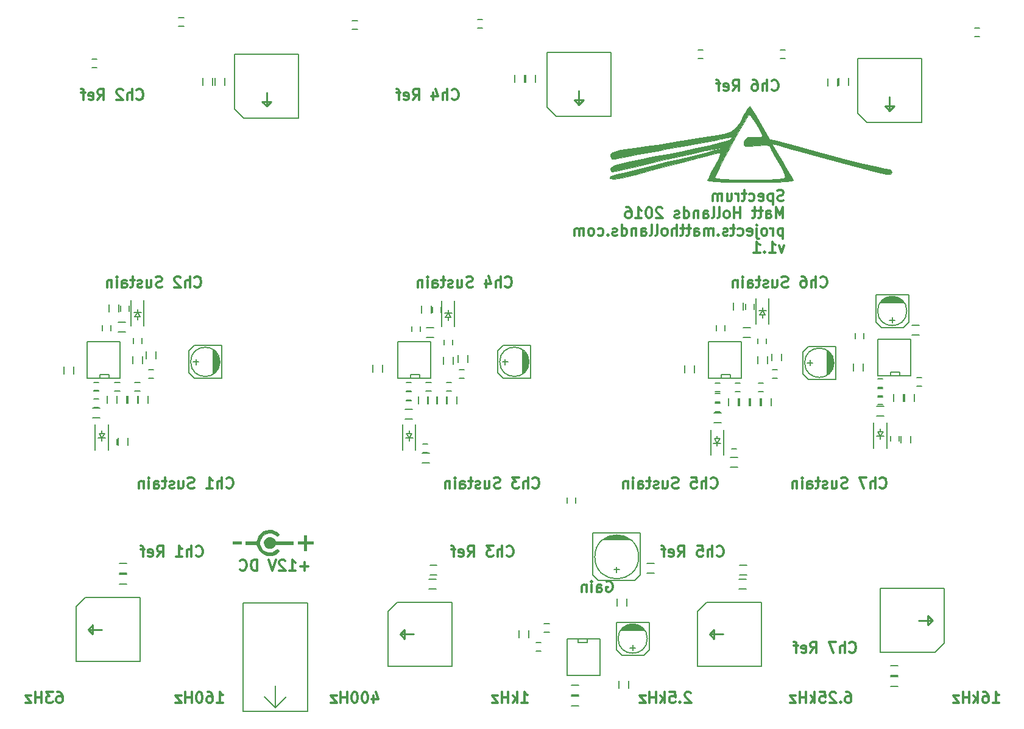
<source format=gbo>
G04 #@! TF.FileFunction,Legend,Bot*
%FSLAX46Y46*%
G04 Gerber Fmt 4.6, Leading zero omitted, Abs format (unit mm)*
G04 Created by KiCad (PCBNEW 4.0.1-stable) date 14/10/2016 00:42:30*
%MOMM*%
G01*
G04 APERTURE LIST*
%ADD10C,0.020000*%
%ADD11C,0.300000*%
%ADD12C,0.150000*%
%ADD13C,0.152400*%
%ADD14C,0.254000*%
%ADD15C,0.010000*%
G04 APERTURE END LIST*
D10*
D11*
X257702086Y-117504743D02*
X257487800Y-117576171D01*
X257130657Y-117576171D01*
X256987800Y-117504743D01*
X256916371Y-117433314D01*
X256844943Y-117290457D01*
X256844943Y-117147600D01*
X256916371Y-117004743D01*
X256987800Y-116933314D01*
X257130657Y-116861886D01*
X257416371Y-116790457D01*
X257559229Y-116719029D01*
X257630657Y-116647600D01*
X257702086Y-116504743D01*
X257702086Y-116361886D01*
X257630657Y-116219029D01*
X257559229Y-116147600D01*
X257416371Y-116076171D01*
X257059229Y-116076171D01*
X256844943Y-116147600D01*
X256202086Y-116576171D02*
X256202086Y-118076171D01*
X256202086Y-116647600D02*
X256059229Y-116576171D01*
X255773515Y-116576171D01*
X255630658Y-116647600D01*
X255559229Y-116719029D01*
X255487800Y-116861886D01*
X255487800Y-117290457D01*
X255559229Y-117433314D01*
X255630658Y-117504743D01*
X255773515Y-117576171D01*
X256059229Y-117576171D01*
X256202086Y-117504743D01*
X254273515Y-117504743D02*
X254416372Y-117576171D01*
X254702086Y-117576171D01*
X254844943Y-117504743D01*
X254916372Y-117361886D01*
X254916372Y-116790457D01*
X254844943Y-116647600D01*
X254702086Y-116576171D01*
X254416372Y-116576171D01*
X254273515Y-116647600D01*
X254202086Y-116790457D01*
X254202086Y-116933314D01*
X254916372Y-117076171D01*
X252916372Y-117504743D02*
X253059229Y-117576171D01*
X253344943Y-117576171D01*
X253487801Y-117504743D01*
X253559229Y-117433314D01*
X253630658Y-117290457D01*
X253630658Y-116861886D01*
X253559229Y-116719029D01*
X253487801Y-116647600D01*
X253344943Y-116576171D01*
X253059229Y-116576171D01*
X252916372Y-116647600D01*
X252487801Y-116576171D02*
X251916372Y-116576171D01*
X252273515Y-116076171D02*
X252273515Y-117361886D01*
X252202087Y-117504743D01*
X252059229Y-117576171D01*
X251916372Y-117576171D01*
X251416372Y-117576171D02*
X251416372Y-116576171D01*
X251416372Y-116861886D02*
X251344944Y-116719029D01*
X251273515Y-116647600D01*
X251130658Y-116576171D01*
X250987801Y-116576171D01*
X249844944Y-116576171D02*
X249844944Y-117576171D01*
X250487801Y-116576171D02*
X250487801Y-117361886D01*
X250416373Y-117504743D01*
X250273515Y-117576171D01*
X250059230Y-117576171D01*
X249916373Y-117504743D01*
X249844944Y-117433314D01*
X249130658Y-117576171D02*
X249130658Y-116576171D01*
X249130658Y-116719029D02*
X249059230Y-116647600D01*
X248916372Y-116576171D01*
X248702087Y-116576171D01*
X248559230Y-116647600D01*
X248487801Y-116790457D01*
X248487801Y-117576171D01*
X248487801Y-116790457D02*
X248416372Y-116647600D01*
X248273515Y-116576171D01*
X248059230Y-116576171D01*
X247916372Y-116647600D01*
X247844944Y-116790457D01*
X247844944Y-117576171D01*
X257630657Y-119976171D02*
X257630657Y-118476171D01*
X257130657Y-119547600D01*
X256630657Y-118476171D01*
X256630657Y-119976171D01*
X255273514Y-119976171D02*
X255273514Y-119190457D01*
X255344943Y-119047600D01*
X255487800Y-118976171D01*
X255773514Y-118976171D01*
X255916371Y-119047600D01*
X255273514Y-119904743D02*
X255416371Y-119976171D01*
X255773514Y-119976171D01*
X255916371Y-119904743D01*
X255987800Y-119761886D01*
X255987800Y-119619029D01*
X255916371Y-119476171D01*
X255773514Y-119404743D01*
X255416371Y-119404743D01*
X255273514Y-119333314D01*
X254773514Y-118976171D02*
X254202085Y-118976171D01*
X254559228Y-118476171D02*
X254559228Y-119761886D01*
X254487800Y-119904743D01*
X254344942Y-119976171D01*
X254202085Y-119976171D01*
X253916371Y-118976171D02*
X253344942Y-118976171D01*
X253702085Y-118476171D02*
X253702085Y-119761886D01*
X253630657Y-119904743D01*
X253487799Y-119976171D01*
X253344942Y-119976171D01*
X251702085Y-119976171D02*
X251702085Y-118476171D01*
X251702085Y-119190457D02*
X250844942Y-119190457D01*
X250844942Y-119976171D02*
X250844942Y-118476171D01*
X249916370Y-119976171D02*
X250059228Y-119904743D01*
X250130656Y-119833314D01*
X250202085Y-119690457D01*
X250202085Y-119261886D01*
X250130656Y-119119029D01*
X250059228Y-119047600D01*
X249916370Y-118976171D01*
X249702085Y-118976171D01*
X249559228Y-119047600D01*
X249487799Y-119119029D01*
X249416370Y-119261886D01*
X249416370Y-119690457D01*
X249487799Y-119833314D01*
X249559228Y-119904743D01*
X249702085Y-119976171D01*
X249916370Y-119976171D01*
X248559227Y-119976171D02*
X248702085Y-119904743D01*
X248773513Y-119761886D01*
X248773513Y-118476171D01*
X247773513Y-119976171D02*
X247916371Y-119904743D01*
X247987799Y-119761886D01*
X247987799Y-118476171D01*
X246559228Y-119976171D02*
X246559228Y-119190457D01*
X246630657Y-119047600D01*
X246773514Y-118976171D01*
X247059228Y-118976171D01*
X247202085Y-119047600D01*
X246559228Y-119904743D02*
X246702085Y-119976171D01*
X247059228Y-119976171D01*
X247202085Y-119904743D01*
X247273514Y-119761886D01*
X247273514Y-119619029D01*
X247202085Y-119476171D01*
X247059228Y-119404743D01*
X246702085Y-119404743D01*
X246559228Y-119333314D01*
X245844942Y-118976171D02*
X245844942Y-119976171D01*
X245844942Y-119119029D02*
X245773514Y-119047600D01*
X245630656Y-118976171D01*
X245416371Y-118976171D01*
X245273514Y-119047600D01*
X245202085Y-119190457D01*
X245202085Y-119976171D01*
X243844942Y-119976171D02*
X243844942Y-118476171D01*
X243844942Y-119904743D02*
X243987799Y-119976171D01*
X244273513Y-119976171D01*
X244416371Y-119904743D01*
X244487799Y-119833314D01*
X244559228Y-119690457D01*
X244559228Y-119261886D01*
X244487799Y-119119029D01*
X244416371Y-119047600D01*
X244273513Y-118976171D01*
X243987799Y-118976171D01*
X243844942Y-119047600D01*
X243202085Y-119904743D02*
X243059228Y-119976171D01*
X242773513Y-119976171D01*
X242630656Y-119904743D01*
X242559228Y-119761886D01*
X242559228Y-119690457D01*
X242630656Y-119547600D01*
X242773513Y-119476171D01*
X242987799Y-119476171D01*
X243130656Y-119404743D01*
X243202085Y-119261886D01*
X243202085Y-119190457D01*
X243130656Y-119047600D01*
X242987799Y-118976171D01*
X242773513Y-118976171D01*
X242630656Y-119047600D01*
X240844942Y-118619029D02*
X240773513Y-118547600D01*
X240630656Y-118476171D01*
X240273513Y-118476171D01*
X240130656Y-118547600D01*
X240059227Y-118619029D01*
X239987799Y-118761886D01*
X239987799Y-118904743D01*
X240059227Y-119119029D01*
X240916370Y-119976171D01*
X239987799Y-119976171D01*
X239059228Y-118476171D02*
X238916371Y-118476171D01*
X238773514Y-118547600D01*
X238702085Y-118619029D01*
X238630656Y-118761886D01*
X238559228Y-119047600D01*
X238559228Y-119404743D01*
X238630656Y-119690457D01*
X238702085Y-119833314D01*
X238773514Y-119904743D01*
X238916371Y-119976171D01*
X239059228Y-119976171D01*
X239202085Y-119904743D01*
X239273514Y-119833314D01*
X239344942Y-119690457D01*
X239416371Y-119404743D01*
X239416371Y-119047600D01*
X239344942Y-118761886D01*
X239273514Y-118619029D01*
X239202085Y-118547600D01*
X239059228Y-118476171D01*
X237130657Y-119976171D02*
X237987800Y-119976171D01*
X237559228Y-119976171D02*
X237559228Y-118476171D01*
X237702085Y-118690457D01*
X237844943Y-118833314D01*
X237987800Y-118904743D01*
X235844943Y-118476171D02*
X236130657Y-118476171D01*
X236273514Y-118547600D01*
X236344943Y-118619029D01*
X236487800Y-118833314D01*
X236559229Y-119119029D01*
X236559229Y-119690457D01*
X236487800Y-119833314D01*
X236416372Y-119904743D01*
X236273514Y-119976171D01*
X235987800Y-119976171D01*
X235844943Y-119904743D01*
X235773514Y-119833314D01*
X235702086Y-119690457D01*
X235702086Y-119333314D01*
X235773514Y-119190457D01*
X235844943Y-119119029D01*
X235987800Y-119047600D01*
X236273514Y-119047600D01*
X236416372Y-119119029D01*
X236487800Y-119190457D01*
X236559229Y-119333314D01*
X257630657Y-121376171D02*
X257630657Y-122876171D01*
X257630657Y-121447600D02*
X257487800Y-121376171D01*
X257202086Y-121376171D01*
X257059229Y-121447600D01*
X256987800Y-121519029D01*
X256916371Y-121661886D01*
X256916371Y-122090457D01*
X256987800Y-122233314D01*
X257059229Y-122304743D01*
X257202086Y-122376171D01*
X257487800Y-122376171D01*
X257630657Y-122304743D01*
X256273514Y-122376171D02*
X256273514Y-121376171D01*
X256273514Y-121661886D02*
X256202086Y-121519029D01*
X256130657Y-121447600D01*
X255987800Y-121376171D01*
X255844943Y-121376171D01*
X255130657Y-122376171D02*
X255273515Y-122304743D01*
X255344943Y-122233314D01*
X255416372Y-122090457D01*
X255416372Y-121661886D01*
X255344943Y-121519029D01*
X255273515Y-121447600D01*
X255130657Y-121376171D01*
X254916372Y-121376171D01*
X254773515Y-121447600D01*
X254702086Y-121519029D01*
X254630657Y-121661886D01*
X254630657Y-122090457D01*
X254702086Y-122233314D01*
X254773515Y-122304743D01*
X254916372Y-122376171D01*
X255130657Y-122376171D01*
X253987800Y-121376171D02*
X253987800Y-122661886D01*
X254059229Y-122804743D01*
X254202086Y-122876171D01*
X254273514Y-122876171D01*
X253987800Y-120876171D02*
X254059229Y-120947600D01*
X253987800Y-121019029D01*
X253916372Y-120947600D01*
X253987800Y-120876171D01*
X253987800Y-121019029D01*
X252702086Y-122304743D02*
X252844943Y-122376171D01*
X253130657Y-122376171D01*
X253273514Y-122304743D01*
X253344943Y-122161886D01*
X253344943Y-121590457D01*
X253273514Y-121447600D01*
X253130657Y-121376171D01*
X252844943Y-121376171D01*
X252702086Y-121447600D01*
X252630657Y-121590457D01*
X252630657Y-121733314D01*
X253344943Y-121876171D01*
X251344943Y-122304743D02*
X251487800Y-122376171D01*
X251773514Y-122376171D01*
X251916372Y-122304743D01*
X251987800Y-122233314D01*
X252059229Y-122090457D01*
X252059229Y-121661886D01*
X251987800Y-121519029D01*
X251916372Y-121447600D01*
X251773514Y-121376171D01*
X251487800Y-121376171D01*
X251344943Y-121447600D01*
X250916372Y-121376171D02*
X250344943Y-121376171D01*
X250702086Y-120876171D02*
X250702086Y-122161886D01*
X250630658Y-122304743D01*
X250487800Y-122376171D01*
X250344943Y-122376171D01*
X249916372Y-122304743D02*
X249773515Y-122376171D01*
X249487800Y-122376171D01*
X249344943Y-122304743D01*
X249273515Y-122161886D01*
X249273515Y-122090457D01*
X249344943Y-121947600D01*
X249487800Y-121876171D01*
X249702086Y-121876171D01*
X249844943Y-121804743D01*
X249916372Y-121661886D01*
X249916372Y-121590457D01*
X249844943Y-121447600D01*
X249702086Y-121376171D01*
X249487800Y-121376171D01*
X249344943Y-121447600D01*
X248630657Y-122233314D02*
X248559229Y-122304743D01*
X248630657Y-122376171D01*
X248702086Y-122304743D01*
X248630657Y-122233314D01*
X248630657Y-122376171D01*
X247916371Y-122376171D02*
X247916371Y-121376171D01*
X247916371Y-121519029D02*
X247844943Y-121447600D01*
X247702085Y-121376171D01*
X247487800Y-121376171D01*
X247344943Y-121447600D01*
X247273514Y-121590457D01*
X247273514Y-122376171D01*
X247273514Y-121590457D02*
X247202085Y-121447600D01*
X247059228Y-121376171D01*
X246844943Y-121376171D01*
X246702085Y-121447600D01*
X246630657Y-121590457D01*
X246630657Y-122376171D01*
X245273514Y-122376171D02*
X245273514Y-121590457D01*
X245344943Y-121447600D01*
X245487800Y-121376171D01*
X245773514Y-121376171D01*
X245916371Y-121447600D01*
X245273514Y-122304743D02*
X245416371Y-122376171D01*
X245773514Y-122376171D01*
X245916371Y-122304743D01*
X245987800Y-122161886D01*
X245987800Y-122019029D01*
X245916371Y-121876171D01*
X245773514Y-121804743D01*
X245416371Y-121804743D01*
X245273514Y-121733314D01*
X244773514Y-121376171D02*
X244202085Y-121376171D01*
X244559228Y-120876171D02*
X244559228Y-122161886D01*
X244487800Y-122304743D01*
X244344942Y-122376171D01*
X244202085Y-122376171D01*
X243916371Y-121376171D02*
X243344942Y-121376171D01*
X243702085Y-120876171D02*
X243702085Y-122161886D01*
X243630657Y-122304743D01*
X243487799Y-122376171D01*
X243344942Y-122376171D01*
X242844942Y-122376171D02*
X242844942Y-120876171D01*
X242202085Y-122376171D02*
X242202085Y-121590457D01*
X242273514Y-121447600D01*
X242416371Y-121376171D01*
X242630656Y-121376171D01*
X242773514Y-121447600D01*
X242844942Y-121519029D01*
X241273513Y-122376171D02*
X241416371Y-122304743D01*
X241487799Y-122233314D01*
X241559228Y-122090457D01*
X241559228Y-121661886D01*
X241487799Y-121519029D01*
X241416371Y-121447600D01*
X241273513Y-121376171D01*
X241059228Y-121376171D01*
X240916371Y-121447600D01*
X240844942Y-121519029D01*
X240773513Y-121661886D01*
X240773513Y-122090457D01*
X240844942Y-122233314D01*
X240916371Y-122304743D01*
X241059228Y-122376171D01*
X241273513Y-122376171D01*
X239916370Y-122376171D02*
X240059228Y-122304743D01*
X240130656Y-122161886D01*
X240130656Y-120876171D01*
X239130656Y-122376171D02*
X239273514Y-122304743D01*
X239344942Y-122161886D01*
X239344942Y-120876171D01*
X237916371Y-122376171D02*
X237916371Y-121590457D01*
X237987800Y-121447600D01*
X238130657Y-121376171D01*
X238416371Y-121376171D01*
X238559228Y-121447600D01*
X237916371Y-122304743D02*
X238059228Y-122376171D01*
X238416371Y-122376171D01*
X238559228Y-122304743D01*
X238630657Y-122161886D01*
X238630657Y-122019029D01*
X238559228Y-121876171D01*
X238416371Y-121804743D01*
X238059228Y-121804743D01*
X237916371Y-121733314D01*
X237202085Y-121376171D02*
X237202085Y-122376171D01*
X237202085Y-121519029D02*
X237130657Y-121447600D01*
X236987799Y-121376171D01*
X236773514Y-121376171D01*
X236630657Y-121447600D01*
X236559228Y-121590457D01*
X236559228Y-122376171D01*
X235202085Y-122376171D02*
X235202085Y-120876171D01*
X235202085Y-122304743D02*
X235344942Y-122376171D01*
X235630656Y-122376171D01*
X235773514Y-122304743D01*
X235844942Y-122233314D01*
X235916371Y-122090457D01*
X235916371Y-121661886D01*
X235844942Y-121519029D01*
X235773514Y-121447600D01*
X235630656Y-121376171D01*
X235344942Y-121376171D01*
X235202085Y-121447600D01*
X234559228Y-122304743D02*
X234416371Y-122376171D01*
X234130656Y-122376171D01*
X233987799Y-122304743D01*
X233916371Y-122161886D01*
X233916371Y-122090457D01*
X233987799Y-121947600D01*
X234130656Y-121876171D01*
X234344942Y-121876171D01*
X234487799Y-121804743D01*
X234559228Y-121661886D01*
X234559228Y-121590457D01*
X234487799Y-121447600D01*
X234344942Y-121376171D01*
X234130656Y-121376171D01*
X233987799Y-121447600D01*
X233273513Y-122233314D02*
X233202085Y-122304743D01*
X233273513Y-122376171D01*
X233344942Y-122304743D01*
X233273513Y-122233314D01*
X233273513Y-122376171D01*
X231916370Y-122304743D02*
X232059227Y-122376171D01*
X232344941Y-122376171D01*
X232487799Y-122304743D01*
X232559227Y-122233314D01*
X232630656Y-122090457D01*
X232630656Y-121661886D01*
X232559227Y-121519029D01*
X232487799Y-121447600D01*
X232344941Y-121376171D01*
X232059227Y-121376171D01*
X231916370Y-121447600D01*
X231059227Y-122376171D02*
X231202085Y-122304743D01*
X231273513Y-122233314D01*
X231344942Y-122090457D01*
X231344942Y-121661886D01*
X231273513Y-121519029D01*
X231202085Y-121447600D01*
X231059227Y-121376171D01*
X230844942Y-121376171D01*
X230702085Y-121447600D01*
X230630656Y-121519029D01*
X230559227Y-121661886D01*
X230559227Y-122090457D01*
X230630656Y-122233314D01*
X230702085Y-122304743D01*
X230844942Y-122376171D01*
X231059227Y-122376171D01*
X229916370Y-122376171D02*
X229916370Y-121376171D01*
X229916370Y-121519029D02*
X229844942Y-121447600D01*
X229702084Y-121376171D01*
X229487799Y-121376171D01*
X229344942Y-121447600D01*
X229273513Y-121590457D01*
X229273513Y-122376171D01*
X229273513Y-121590457D02*
X229202084Y-121447600D01*
X229059227Y-121376171D01*
X228844942Y-121376171D01*
X228702084Y-121447600D01*
X228630656Y-121590457D01*
X228630656Y-122376171D01*
X257773514Y-123776171D02*
X257416371Y-124776171D01*
X257059229Y-123776171D01*
X255702086Y-124776171D02*
X256559229Y-124776171D01*
X256130657Y-124776171D02*
X256130657Y-123276171D01*
X256273514Y-123490457D01*
X256416372Y-123633314D01*
X256559229Y-123704743D01*
X255059229Y-124633314D02*
X254987801Y-124704743D01*
X255059229Y-124776171D01*
X255130658Y-124704743D01*
X255059229Y-124633314D01*
X255059229Y-124776171D01*
X253559229Y-124776171D02*
X254416372Y-124776171D01*
X253987800Y-124776171D02*
X253987800Y-123276171D01*
X254130657Y-123490457D01*
X254273515Y-123633314D01*
X254416372Y-123704743D01*
X266846428Y-180240714D02*
X266917857Y-180312143D01*
X267132143Y-180383571D01*
X267275000Y-180383571D01*
X267489285Y-180312143D01*
X267632143Y-180169286D01*
X267703571Y-180026429D01*
X267775000Y-179740714D01*
X267775000Y-179526429D01*
X267703571Y-179240714D01*
X267632143Y-179097857D01*
X267489285Y-178955000D01*
X267275000Y-178883571D01*
X267132143Y-178883571D01*
X266917857Y-178955000D01*
X266846428Y-179026429D01*
X266203571Y-180383571D02*
X266203571Y-178883571D01*
X265560714Y-180383571D02*
X265560714Y-179597857D01*
X265632143Y-179455000D01*
X265775000Y-179383571D01*
X265989285Y-179383571D01*
X266132143Y-179455000D01*
X266203571Y-179526429D01*
X264989285Y-178883571D02*
X263989285Y-178883571D01*
X264632142Y-180383571D01*
X261417857Y-180383571D02*
X261917857Y-179669286D01*
X262275000Y-180383571D02*
X262275000Y-178883571D01*
X261703572Y-178883571D01*
X261560714Y-178955000D01*
X261489286Y-179026429D01*
X261417857Y-179169286D01*
X261417857Y-179383571D01*
X261489286Y-179526429D01*
X261560714Y-179597857D01*
X261703572Y-179669286D01*
X262275000Y-179669286D01*
X260203572Y-180312143D02*
X260346429Y-180383571D01*
X260632143Y-180383571D01*
X260775000Y-180312143D01*
X260846429Y-180169286D01*
X260846429Y-179597857D01*
X260775000Y-179455000D01*
X260632143Y-179383571D01*
X260346429Y-179383571D01*
X260203572Y-179455000D01*
X260132143Y-179597857D01*
X260132143Y-179740714D01*
X260846429Y-179883571D01*
X259703572Y-179383571D02*
X259132143Y-179383571D01*
X259489286Y-180383571D02*
X259489286Y-179097857D01*
X259417858Y-178955000D01*
X259275000Y-178883571D01*
X259132143Y-178883571D01*
X233096429Y-170509500D02*
X233239286Y-170438071D01*
X233453572Y-170438071D01*
X233667857Y-170509500D01*
X233810715Y-170652357D01*
X233882143Y-170795214D01*
X233953572Y-171080929D01*
X233953572Y-171295214D01*
X233882143Y-171580929D01*
X233810715Y-171723786D01*
X233667857Y-171866643D01*
X233453572Y-171938071D01*
X233310715Y-171938071D01*
X233096429Y-171866643D01*
X233025000Y-171795214D01*
X233025000Y-171295214D01*
X233310715Y-171295214D01*
X231739286Y-171938071D02*
X231739286Y-171152357D01*
X231810715Y-171009500D01*
X231953572Y-170938071D01*
X232239286Y-170938071D01*
X232382143Y-171009500D01*
X231739286Y-171866643D02*
X231882143Y-171938071D01*
X232239286Y-171938071D01*
X232382143Y-171866643D01*
X232453572Y-171723786D01*
X232453572Y-171580929D01*
X232382143Y-171438071D01*
X232239286Y-171366643D01*
X231882143Y-171366643D01*
X231739286Y-171295214D01*
X231025000Y-171938071D02*
X231025000Y-170938071D01*
X231025000Y-170438071D02*
X231096429Y-170509500D01*
X231025000Y-170580929D01*
X230953572Y-170509500D01*
X231025000Y-170438071D01*
X231025000Y-170580929D01*
X230310714Y-170938071D02*
X230310714Y-171938071D01*
X230310714Y-171080929D02*
X230239286Y-171009500D01*
X230096428Y-170938071D01*
X229882143Y-170938071D01*
X229739286Y-171009500D01*
X229667857Y-171152357D01*
X229667857Y-171938071D01*
X191658285Y-168382143D02*
X190515428Y-168382143D01*
X191086857Y-168953571D02*
X191086857Y-167810714D01*
X189015428Y-168953571D02*
X189872571Y-168953571D01*
X189443999Y-168953571D02*
X189443999Y-167453571D01*
X189586856Y-167667857D01*
X189729714Y-167810714D01*
X189872571Y-167882143D01*
X188444000Y-167596429D02*
X188372571Y-167525000D01*
X188229714Y-167453571D01*
X187872571Y-167453571D01*
X187729714Y-167525000D01*
X187658285Y-167596429D01*
X187586857Y-167739286D01*
X187586857Y-167882143D01*
X187658285Y-168096429D01*
X188515428Y-168953571D01*
X187586857Y-168953571D01*
X187158286Y-167453571D02*
X186658286Y-168953571D01*
X186158286Y-167453571D01*
X184515429Y-168953571D02*
X184515429Y-167453571D01*
X184158286Y-167453571D01*
X183944001Y-167525000D01*
X183801143Y-167667857D01*
X183729715Y-167810714D01*
X183658286Y-168096429D01*
X183658286Y-168310714D01*
X183729715Y-168596429D01*
X183801143Y-168739286D01*
X183944001Y-168882143D01*
X184158286Y-168953571D01*
X184515429Y-168953571D01*
X182158286Y-168810714D02*
X182229715Y-168882143D01*
X182444001Y-168953571D01*
X182586858Y-168953571D01*
X182801143Y-168882143D01*
X182944001Y-168739286D01*
X183015429Y-168596429D01*
X183086858Y-168310714D01*
X183086858Y-168096429D01*
X183015429Y-167810714D01*
X182944001Y-167667857D01*
X182801143Y-167525000D01*
X182586858Y-167453571D01*
X182444001Y-167453571D01*
X182229715Y-167525000D01*
X182158286Y-167596429D01*
X167786428Y-103405714D02*
X167857857Y-103477143D01*
X168072143Y-103548571D01*
X168215000Y-103548571D01*
X168429285Y-103477143D01*
X168572143Y-103334286D01*
X168643571Y-103191429D01*
X168715000Y-102905714D01*
X168715000Y-102691429D01*
X168643571Y-102405714D01*
X168572143Y-102262857D01*
X168429285Y-102120000D01*
X168215000Y-102048571D01*
X168072143Y-102048571D01*
X167857857Y-102120000D01*
X167786428Y-102191429D01*
X167143571Y-103548571D02*
X167143571Y-102048571D01*
X166500714Y-103548571D02*
X166500714Y-102762857D01*
X166572143Y-102620000D01*
X166715000Y-102548571D01*
X166929285Y-102548571D01*
X167072143Y-102620000D01*
X167143571Y-102691429D01*
X165857857Y-102191429D02*
X165786428Y-102120000D01*
X165643571Y-102048571D01*
X165286428Y-102048571D01*
X165143571Y-102120000D01*
X165072142Y-102191429D01*
X165000714Y-102334286D01*
X165000714Y-102477143D01*
X165072142Y-102691429D01*
X165929285Y-103548571D01*
X165000714Y-103548571D01*
X162357857Y-103548571D02*
X162857857Y-102834286D01*
X163215000Y-103548571D02*
X163215000Y-102048571D01*
X162643572Y-102048571D01*
X162500714Y-102120000D01*
X162429286Y-102191429D01*
X162357857Y-102334286D01*
X162357857Y-102548571D01*
X162429286Y-102691429D01*
X162500714Y-102762857D01*
X162643572Y-102834286D01*
X163215000Y-102834286D01*
X161143572Y-103477143D02*
X161286429Y-103548571D01*
X161572143Y-103548571D01*
X161715000Y-103477143D01*
X161786429Y-103334286D01*
X161786429Y-102762857D01*
X161715000Y-102620000D01*
X161572143Y-102548571D01*
X161286429Y-102548571D01*
X161143572Y-102620000D01*
X161072143Y-102762857D01*
X161072143Y-102905714D01*
X161786429Y-103048571D01*
X160643572Y-102548571D02*
X160072143Y-102548571D01*
X160429286Y-103548571D02*
X160429286Y-102262857D01*
X160357858Y-102120000D01*
X160215000Y-102048571D01*
X160072143Y-102048571D01*
X211601428Y-103405714D02*
X211672857Y-103477143D01*
X211887143Y-103548571D01*
X212030000Y-103548571D01*
X212244285Y-103477143D01*
X212387143Y-103334286D01*
X212458571Y-103191429D01*
X212530000Y-102905714D01*
X212530000Y-102691429D01*
X212458571Y-102405714D01*
X212387143Y-102262857D01*
X212244285Y-102120000D01*
X212030000Y-102048571D01*
X211887143Y-102048571D01*
X211672857Y-102120000D01*
X211601428Y-102191429D01*
X210958571Y-103548571D02*
X210958571Y-102048571D01*
X210315714Y-103548571D02*
X210315714Y-102762857D01*
X210387143Y-102620000D01*
X210530000Y-102548571D01*
X210744285Y-102548571D01*
X210887143Y-102620000D01*
X210958571Y-102691429D01*
X208958571Y-102548571D02*
X208958571Y-103548571D01*
X209315714Y-101977143D02*
X209672857Y-103048571D01*
X208744285Y-103048571D01*
X206172857Y-103548571D02*
X206672857Y-102834286D01*
X207030000Y-103548571D02*
X207030000Y-102048571D01*
X206458572Y-102048571D01*
X206315714Y-102120000D01*
X206244286Y-102191429D01*
X206172857Y-102334286D01*
X206172857Y-102548571D01*
X206244286Y-102691429D01*
X206315714Y-102762857D01*
X206458572Y-102834286D01*
X207030000Y-102834286D01*
X204958572Y-103477143D02*
X205101429Y-103548571D01*
X205387143Y-103548571D01*
X205530000Y-103477143D01*
X205601429Y-103334286D01*
X205601429Y-102762857D01*
X205530000Y-102620000D01*
X205387143Y-102548571D01*
X205101429Y-102548571D01*
X204958572Y-102620000D01*
X204887143Y-102762857D01*
X204887143Y-102905714D01*
X205601429Y-103048571D01*
X204458572Y-102548571D02*
X203887143Y-102548571D01*
X204244286Y-103548571D02*
X204244286Y-102262857D01*
X204172858Y-102120000D01*
X204030000Y-102048571D01*
X203887143Y-102048571D01*
X256051428Y-102135714D02*
X256122857Y-102207143D01*
X256337143Y-102278571D01*
X256480000Y-102278571D01*
X256694285Y-102207143D01*
X256837143Y-102064286D01*
X256908571Y-101921429D01*
X256980000Y-101635714D01*
X256980000Y-101421429D01*
X256908571Y-101135714D01*
X256837143Y-100992857D01*
X256694285Y-100850000D01*
X256480000Y-100778571D01*
X256337143Y-100778571D01*
X256122857Y-100850000D01*
X256051428Y-100921429D01*
X255408571Y-102278571D02*
X255408571Y-100778571D01*
X254765714Y-102278571D02*
X254765714Y-101492857D01*
X254837143Y-101350000D01*
X254980000Y-101278571D01*
X255194285Y-101278571D01*
X255337143Y-101350000D01*
X255408571Y-101421429D01*
X253408571Y-100778571D02*
X253694285Y-100778571D01*
X253837142Y-100850000D01*
X253908571Y-100921429D01*
X254051428Y-101135714D01*
X254122857Y-101421429D01*
X254122857Y-101992857D01*
X254051428Y-102135714D01*
X253980000Y-102207143D01*
X253837142Y-102278571D01*
X253551428Y-102278571D01*
X253408571Y-102207143D01*
X253337142Y-102135714D01*
X253265714Y-101992857D01*
X253265714Y-101635714D01*
X253337142Y-101492857D01*
X253408571Y-101421429D01*
X253551428Y-101350000D01*
X253837142Y-101350000D01*
X253980000Y-101421429D01*
X254051428Y-101492857D01*
X254122857Y-101635714D01*
X250622857Y-102278571D02*
X251122857Y-101564286D01*
X251480000Y-102278571D02*
X251480000Y-100778571D01*
X250908572Y-100778571D01*
X250765714Y-100850000D01*
X250694286Y-100921429D01*
X250622857Y-101064286D01*
X250622857Y-101278571D01*
X250694286Y-101421429D01*
X250765714Y-101492857D01*
X250908572Y-101564286D01*
X251480000Y-101564286D01*
X249408572Y-102207143D02*
X249551429Y-102278571D01*
X249837143Y-102278571D01*
X249980000Y-102207143D01*
X250051429Y-102064286D01*
X250051429Y-101492857D01*
X249980000Y-101350000D01*
X249837143Y-101278571D01*
X249551429Y-101278571D01*
X249408572Y-101350000D01*
X249337143Y-101492857D01*
X249337143Y-101635714D01*
X250051429Y-101778571D01*
X248908572Y-101278571D02*
X248337143Y-101278571D01*
X248694286Y-102278571D02*
X248694286Y-100992857D01*
X248622858Y-100850000D01*
X248480000Y-100778571D01*
X248337143Y-100778571D01*
X248431428Y-166905714D02*
X248502857Y-166977143D01*
X248717143Y-167048571D01*
X248860000Y-167048571D01*
X249074285Y-166977143D01*
X249217143Y-166834286D01*
X249288571Y-166691429D01*
X249360000Y-166405714D01*
X249360000Y-166191429D01*
X249288571Y-165905714D01*
X249217143Y-165762857D01*
X249074285Y-165620000D01*
X248860000Y-165548571D01*
X248717143Y-165548571D01*
X248502857Y-165620000D01*
X248431428Y-165691429D01*
X247788571Y-167048571D02*
X247788571Y-165548571D01*
X247145714Y-167048571D02*
X247145714Y-166262857D01*
X247217143Y-166120000D01*
X247360000Y-166048571D01*
X247574285Y-166048571D01*
X247717143Y-166120000D01*
X247788571Y-166191429D01*
X245717142Y-165548571D02*
X246431428Y-165548571D01*
X246502857Y-166262857D01*
X246431428Y-166191429D01*
X246288571Y-166120000D01*
X245931428Y-166120000D01*
X245788571Y-166191429D01*
X245717142Y-166262857D01*
X245645714Y-166405714D01*
X245645714Y-166762857D01*
X245717142Y-166905714D01*
X245788571Y-166977143D01*
X245931428Y-167048571D01*
X246288571Y-167048571D01*
X246431428Y-166977143D01*
X246502857Y-166905714D01*
X243002857Y-167048571D02*
X243502857Y-166334286D01*
X243860000Y-167048571D02*
X243860000Y-165548571D01*
X243288572Y-165548571D01*
X243145714Y-165620000D01*
X243074286Y-165691429D01*
X243002857Y-165834286D01*
X243002857Y-166048571D01*
X243074286Y-166191429D01*
X243145714Y-166262857D01*
X243288572Y-166334286D01*
X243860000Y-166334286D01*
X241788572Y-166977143D02*
X241931429Y-167048571D01*
X242217143Y-167048571D01*
X242360000Y-166977143D01*
X242431429Y-166834286D01*
X242431429Y-166262857D01*
X242360000Y-166120000D01*
X242217143Y-166048571D01*
X241931429Y-166048571D01*
X241788572Y-166120000D01*
X241717143Y-166262857D01*
X241717143Y-166405714D01*
X242431429Y-166548571D01*
X241288572Y-166048571D02*
X240717143Y-166048571D01*
X241074286Y-167048571D02*
X241074286Y-165762857D01*
X241002858Y-165620000D01*
X240860000Y-165548571D01*
X240717143Y-165548571D01*
X219221428Y-166905714D02*
X219292857Y-166977143D01*
X219507143Y-167048571D01*
X219650000Y-167048571D01*
X219864285Y-166977143D01*
X220007143Y-166834286D01*
X220078571Y-166691429D01*
X220150000Y-166405714D01*
X220150000Y-166191429D01*
X220078571Y-165905714D01*
X220007143Y-165762857D01*
X219864285Y-165620000D01*
X219650000Y-165548571D01*
X219507143Y-165548571D01*
X219292857Y-165620000D01*
X219221428Y-165691429D01*
X218578571Y-167048571D02*
X218578571Y-165548571D01*
X217935714Y-167048571D02*
X217935714Y-166262857D01*
X218007143Y-166120000D01*
X218150000Y-166048571D01*
X218364285Y-166048571D01*
X218507143Y-166120000D01*
X218578571Y-166191429D01*
X217364285Y-165548571D02*
X216435714Y-165548571D01*
X216935714Y-166120000D01*
X216721428Y-166120000D01*
X216578571Y-166191429D01*
X216507142Y-166262857D01*
X216435714Y-166405714D01*
X216435714Y-166762857D01*
X216507142Y-166905714D01*
X216578571Y-166977143D01*
X216721428Y-167048571D01*
X217150000Y-167048571D01*
X217292857Y-166977143D01*
X217364285Y-166905714D01*
X213792857Y-167048571D02*
X214292857Y-166334286D01*
X214650000Y-167048571D02*
X214650000Y-165548571D01*
X214078572Y-165548571D01*
X213935714Y-165620000D01*
X213864286Y-165691429D01*
X213792857Y-165834286D01*
X213792857Y-166048571D01*
X213864286Y-166191429D01*
X213935714Y-166262857D01*
X214078572Y-166334286D01*
X214650000Y-166334286D01*
X212578572Y-166977143D02*
X212721429Y-167048571D01*
X213007143Y-167048571D01*
X213150000Y-166977143D01*
X213221429Y-166834286D01*
X213221429Y-166262857D01*
X213150000Y-166120000D01*
X213007143Y-166048571D01*
X212721429Y-166048571D01*
X212578572Y-166120000D01*
X212507143Y-166262857D01*
X212507143Y-166405714D01*
X213221429Y-166548571D01*
X212078572Y-166048571D02*
X211507143Y-166048571D01*
X211864286Y-167048571D02*
X211864286Y-165762857D01*
X211792858Y-165620000D01*
X211650000Y-165548571D01*
X211507143Y-165548571D01*
X176041428Y-166905714D02*
X176112857Y-166977143D01*
X176327143Y-167048571D01*
X176470000Y-167048571D01*
X176684285Y-166977143D01*
X176827143Y-166834286D01*
X176898571Y-166691429D01*
X176970000Y-166405714D01*
X176970000Y-166191429D01*
X176898571Y-165905714D01*
X176827143Y-165762857D01*
X176684285Y-165620000D01*
X176470000Y-165548571D01*
X176327143Y-165548571D01*
X176112857Y-165620000D01*
X176041428Y-165691429D01*
X175398571Y-167048571D02*
X175398571Y-165548571D01*
X174755714Y-167048571D02*
X174755714Y-166262857D01*
X174827143Y-166120000D01*
X174970000Y-166048571D01*
X175184285Y-166048571D01*
X175327143Y-166120000D01*
X175398571Y-166191429D01*
X173255714Y-167048571D02*
X174112857Y-167048571D01*
X173684285Y-167048571D02*
X173684285Y-165548571D01*
X173827142Y-165762857D01*
X173970000Y-165905714D01*
X174112857Y-165977143D01*
X170612857Y-167048571D02*
X171112857Y-166334286D01*
X171470000Y-167048571D02*
X171470000Y-165548571D01*
X170898572Y-165548571D01*
X170755714Y-165620000D01*
X170684286Y-165691429D01*
X170612857Y-165834286D01*
X170612857Y-166048571D01*
X170684286Y-166191429D01*
X170755714Y-166262857D01*
X170898572Y-166334286D01*
X171470000Y-166334286D01*
X169398572Y-166977143D02*
X169541429Y-167048571D01*
X169827143Y-167048571D01*
X169970000Y-166977143D01*
X170041429Y-166834286D01*
X170041429Y-166262857D01*
X169970000Y-166120000D01*
X169827143Y-166048571D01*
X169541429Y-166048571D01*
X169398572Y-166120000D01*
X169327143Y-166262857D01*
X169327143Y-166405714D01*
X170041429Y-166548571D01*
X168898572Y-166048571D02*
X168327143Y-166048571D01*
X168684286Y-167048571D02*
X168684286Y-165762857D01*
X168612858Y-165620000D01*
X168470000Y-165548571D01*
X168327143Y-165548571D01*
X286765714Y-187368571D02*
X287622857Y-187368571D01*
X287194285Y-187368571D02*
X287194285Y-185868571D01*
X287337142Y-186082857D01*
X287480000Y-186225714D01*
X287622857Y-186297143D01*
X285480000Y-185868571D02*
X285765714Y-185868571D01*
X285908571Y-185940000D01*
X285980000Y-186011429D01*
X286122857Y-186225714D01*
X286194286Y-186511429D01*
X286194286Y-187082857D01*
X286122857Y-187225714D01*
X286051429Y-187297143D01*
X285908571Y-187368571D01*
X285622857Y-187368571D01*
X285480000Y-187297143D01*
X285408571Y-187225714D01*
X285337143Y-187082857D01*
X285337143Y-186725714D01*
X285408571Y-186582857D01*
X285480000Y-186511429D01*
X285622857Y-186440000D01*
X285908571Y-186440000D01*
X286051429Y-186511429D01*
X286122857Y-186582857D01*
X286194286Y-186725714D01*
X284694286Y-187368571D02*
X284694286Y-185868571D01*
X284551429Y-186797143D02*
X284122858Y-187368571D01*
X284122858Y-186368571D02*
X284694286Y-186940000D01*
X283480000Y-187368571D02*
X283480000Y-185868571D01*
X283480000Y-186582857D02*
X282622857Y-186582857D01*
X282622857Y-187368571D02*
X282622857Y-185868571D01*
X282051428Y-186368571D02*
X281265714Y-186368571D01*
X282051428Y-187368571D01*
X281265714Y-187368571D01*
X266390000Y-185868571D02*
X266675714Y-185868571D01*
X266818571Y-185940000D01*
X266890000Y-186011429D01*
X267032857Y-186225714D01*
X267104286Y-186511429D01*
X267104286Y-187082857D01*
X267032857Y-187225714D01*
X266961429Y-187297143D01*
X266818571Y-187368571D01*
X266532857Y-187368571D01*
X266390000Y-187297143D01*
X266318571Y-187225714D01*
X266247143Y-187082857D01*
X266247143Y-186725714D01*
X266318571Y-186582857D01*
X266390000Y-186511429D01*
X266532857Y-186440000D01*
X266818571Y-186440000D01*
X266961429Y-186511429D01*
X267032857Y-186582857D01*
X267104286Y-186725714D01*
X265604286Y-187225714D02*
X265532858Y-187297143D01*
X265604286Y-187368571D01*
X265675715Y-187297143D01*
X265604286Y-187225714D01*
X265604286Y-187368571D01*
X264961429Y-186011429D02*
X264890000Y-185940000D01*
X264747143Y-185868571D01*
X264390000Y-185868571D01*
X264247143Y-185940000D01*
X264175714Y-186011429D01*
X264104286Y-186154286D01*
X264104286Y-186297143D01*
X264175714Y-186511429D01*
X265032857Y-187368571D01*
X264104286Y-187368571D01*
X262747143Y-185868571D02*
X263461429Y-185868571D01*
X263532858Y-186582857D01*
X263461429Y-186511429D01*
X263318572Y-186440000D01*
X262961429Y-186440000D01*
X262818572Y-186511429D01*
X262747143Y-186582857D01*
X262675715Y-186725714D01*
X262675715Y-187082857D01*
X262747143Y-187225714D01*
X262818572Y-187297143D01*
X262961429Y-187368571D01*
X263318572Y-187368571D01*
X263461429Y-187297143D01*
X263532858Y-187225714D01*
X262032858Y-187368571D02*
X262032858Y-185868571D01*
X261890001Y-186797143D02*
X261461430Y-187368571D01*
X261461430Y-186368571D02*
X262032858Y-186940000D01*
X260818572Y-187368571D02*
X260818572Y-185868571D01*
X260818572Y-186582857D02*
X259961429Y-186582857D01*
X259961429Y-187368571D02*
X259961429Y-185868571D01*
X259390000Y-186368571D02*
X258604286Y-186368571D01*
X259390000Y-187368571D01*
X258604286Y-187368571D01*
X244800000Y-186011429D02*
X244728571Y-185940000D01*
X244585714Y-185868571D01*
X244228571Y-185868571D01*
X244085714Y-185940000D01*
X244014285Y-186011429D01*
X243942857Y-186154286D01*
X243942857Y-186297143D01*
X244014285Y-186511429D01*
X244871428Y-187368571D01*
X243942857Y-187368571D01*
X243300000Y-187225714D02*
X243228572Y-187297143D01*
X243300000Y-187368571D01*
X243371429Y-187297143D01*
X243300000Y-187225714D01*
X243300000Y-187368571D01*
X241871428Y-185868571D02*
X242585714Y-185868571D01*
X242657143Y-186582857D01*
X242585714Y-186511429D01*
X242442857Y-186440000D01*
X242085714Y-186440000D01*
X241942857Y-186511429D01*
X241871428Y-186582857D01*
X241800000Y-186725714D01*
X241800000Y-187082857D01*
X241871428Y-187225714D01*
X241942857Y-187297143D01*
X242085714Y-187368571D01*
X242442857Y-187368571D01*
X242585714Y-187297143D01*
X242657143Y-187225714D01*
X241157143Y-187368571D02*
X241157143Y-185868571D01*
X241014286Y-186797143D02*
X240585715Y-187368571D01*
X240585715Y-186368571D02*
X241157143Y-186940000D01*
X239942857Y-187368571D02*
X239942857Y-185868571D01*
X239942857Y-186582857D02*
X239085714Y-186582857D01*
X239085714Y-187368571D02*
X239085714Y-185868571D01*
X238514285Y-186368571D02*
X237728571Y-186368571D01*
X238514285Y-187368571D01*
X237728571Y-187368571D01*
X221281429Y-187368571D02*
X222138572Y-187368571D01*
X221710000Y-187368571D02*
X221710000Y-185868571D01*
X221852857Y-186082857D01*
X221995715Y-186225714D01*
X222138572Y-186297143D01*
X220638572Y-187368571D02*
X220638572Y-185868571D01*
X220495715Y-186797143D02*
X220067144Y-187368571D01*
X220067144Y-186368571D02*
X220638572Y-186940000D01*
X219424286Y-187368571D02*
X219424286Y-185868571D01*
X219424286Y-186582857D02*
X218567143Y-186582857D01*
X218567143Y-187368571D02*
X218567143Y-185868571D01*
X217995714Y-186368571D02*
X217210000Y-186368571D01*
X217995714Y-187368571D01*
X217210000Y-187368571D01*
X200655714Y-186368571D02*
X200655714Y-187368571D01*
X201012857Y-185797143D02*
X201370000Y-186868571D01*
X200441428Y-186868571D01*
X199584286Y-185868571D02*
X199441429Y-185868571D01*
X199298572Y-185940000D01*
X199227143Y-186011429D01*
X199155714Y-186154286D01*
X199084286Y-186440000D01*
X199084286Y-186797143D01*
X199155714Y-187082857D01*
X199227143Y-187225714D01*
X199298572Y-187297143D01*
X199441429Y-187368571D01*
X199584286Y-187368571D01*
X199727143Y-187297143D01*
X199798572Y-187225714D01*
X199870000Y-187082857D01*
X199941429Y-186797143D01*
X199941429Y-186440000D01*
X199870000Y-186154286D01*
X199798572Y-186011429D01*
X199727143Y-185940000D01*
X199584286Y-185868571D01*
X198155715Y-185868571D02*
X198012858Y-185868571D01*
X197870001Y-185940000D01*
X197798572Y-186011429D01*
X197727143Y-186154286D01*
X197655715Y-186440000D01*
X197655715Y-186797143D01*
X197727143Y-187082857D01*
X197798572Y-187225714D01*
X197870001Y-187297143D01*
X198012858Y-187368571D01*
X198155715Y-187368571D01*
X198298572Y-187297143D01*
X198370001Y-187225714D01*
X198441429Y-187082857D01*
X198512858Y-186797143D01*
X198512858Y-186440000D01*
X198441429Y-186154286D01*
X198370001Y-186011429D01*
X198298572Y-185940000D01*
X198155715Y-185868571D01*
X197012858Y-187368571D02*
X197012858Y-185868571D01*
X197012858Y-186582857D02*
X196155715Y-186582857D01*
X196155715Y-187368571D02*
X196155715Y-185868571D01*
X195584286Y-186368571D02*
X194798572Y-186368571D01*
X195584286Y-187368571D01*
X194798572Y-187368571D01*
X178922857Y-187368571D02*
X179780000Y-187368571D01*
X179351428Y-187368571D02*
X179351428Y-185868571D01*
X179494285Y-186082857D01*
X179637143Y-186225714D01*
X179780000Y-186297143D01*
X177637143Y-185868571D02*
X177922857Y-185868571D01*
X178065714Y-185940000D01*
X178137143Y-186011429D01*
X178280000Y-186225714D01*
X178351429Y-186511429D01*
X178351429Y-187082857D01*
X178280000Y-187225714D01*
X178208572Y-187297143D01*
X178065714Y-187368571D01*
X177780000Y-187368571D01*
X177637143Y-187297143D01*
X177565714Y-187225714D01*
X177494286Y-187082857D01*
X177494286Y-186725714D01*
X177565714Y-186582857D01*
X177637143Y-186511429D01*
X177780000Y-186440000D01*
X178065714Y-186440000D01*
X178208572Y-186511429D01*
X178280000Y-186582857D01*
X178351429Y-186725714D01*
X176565715Y-185868571D02*
X176422858Y-185868571D01*
X176280001Y-185940000D01*
X176208572Y-186011429D01*
X176137143Y-186154286D01*
X176065715Y-186440000D01*
X176065715Y-186797143D01*
X176137143Y-187082857D01*
X176208572Y-187225714D01*
X176280001Y-187297143D01*
X176422858Y-187368571D01*
X176565715Y-187368571D01*
X176708572Y-187297143D01*
X176780001Y-187225714D01*
X176851429Y-187082857D01*
X176922858Y-186797143D01*
X176922858Y-186440000D01*
X176851429Y-186154286D01*
X176780001Y-186011429D01*
X176708572Y-185940000D01*
X176565715Y-185868571D01*
X175422858Y-187368571D02*
X175422858Y-185868571D01*
X175422858Y-186582857D02*
X174565715Y-186582857D01*
X174565715Y-187368571D02*
X174565715Y-185868571D01*
X173994286Y-186368571D02*
X173208572Y-186368571D01*
X173994286Y-187368571D01*
X173208572Y-187368571D01*
X156761428Y-185868571D02*
X157047142Y-185868571D01*
X157189999Y-185940000D01*
X157261428Y-186011429D01*
X157404285Y-186225714D01*
X157475714Y-186511429D01*
X157475714Y-187082857D01*
X157404285Y-187225714D01*
X157332857Y-187297143D01*
X157189999Y-187368571D01*
X156904285Y-187368571D01*
X156761428Y-187297143D01*
X156689999Y-187225714D01*
X156618571Y-187082857D01*
X156618571Y-186725714D01*
X156689999Y-186582857D01*
X156761428Y-186511429D01*
X156904285Y-186440000D01*
X157189999Y-186440000D01*
X157332857Y-186511429D01*
X157404285Y-186582857D01*
X157475714Y-186725714D01*
X156118571Y-185868571D02*
X155190000Y-185868571D01*
X155690000Y-186440000D01*
X155475714Y-186440000D01*
X155332857Y-186511429D01*
X155261428Y-186582857D01*
X155190000Y-186725714D01*
X155190000Y-187082857D01*
X155261428Y-187225714D01*
X155332857Y-187297143D01*
X155475714Y-187368571D01*
X155904286Y-187368571D01*
X156047143Y-187297143D01*
X156118571Y-187225714D01*
X154547143Y-187368571D02*
X154547143Y-185868571D01*
X154547143Y-186582857D02*
X153690000Y-186582857D01*
X153690000Y-187368571D02*
X153690000Y-185868571D01*
X153118571Y-186368571D02*
X152332857Y-186368571D01*
X153118571Y-187368571D01*
X152332857Y-187368571D01*
X271072857Y-157380714D02*
X271144286Y-157452143D01*
X271358572Y-157523571D01*
X271501429Y-157523571D01*
X271715714Y-157452143D01*
X271858572Y-157309286D01*
X271930000Y-157166429D01*
X272001429Y-156880714D01*
X272001429Y-156666429D01*
X271930000Y-156380714D01*
X271858572Y-156237857D01*
X271715714Y-156095000D01*
X271501429Y-156023571D01*
X271358572Y-156023571D01*
X271144286Y-156095000D01*
X271072857Y-156166429D01*
X270430000Y-157523571D02*
X270430000Y-156023571D01*
X269787143Y-157523571D02*
X269787143Y-156737857D01*
X269858572Y-156595000D01*
X270001429Y-156523571D01*
X270215714Y-156523571D01*
X270358572Y-156595000D01*
X270430000Y-156666429D01*
X269215714Y-156023571D02*
X268215714Y-156023571D01*
X268858571Y-157523571D01*
X266572858Y-157452143D02*
X266358572Y-157523571D01*
X266001429Y-157523571D01*
X265858572Y-157452143D01*
X265787143Y-157380714D01*
X265715715Y-157237857D01*
X265715715Y-157095000D01*
X265787143Y-156952143D01*
X265858572Y-156880714D01*
X266001429Y-156809286D01*
X266287143Y-156737857D01*
X266430001Y-156666429D01*
X266501429Y-156595000D01*
X266572858Y-156452143D01*
X266572858Y-156309286D01*
X266501429Y-156166429D01*
X266430001Y-156095000D01*
X266287143Y-156023571D01*
X265930001Y-156023571D01*
X265715715Y-156095000D01*
X264430001Y-156523571D02*
X264430001Y-157523571D01*
X265072858Y-156523571D02*
X265072858Y-157309286D01*
X265001430Y-157452143D01*
X264858572Y-157523571D01*
X264644287Y-157523571D01*
X264501430Y-157452143D01*
X264430001Y-157380714D01*
X263787144Y-157452143D02*
X263644287Y-157523571D01*
X263358572Y-157523571D01*
X263215715Y-157452143D01*
X263144287Y-157309286D01*
X263144287Y-157237857D01*
X263215715Y-157095000D01*
X263358572Y-157023571D01*
X263572858Y-157023571D01*
X263715715Y-156952143D01*
X263787144Y-156809286D01*
X263787144Y-156737857D01*
X263715715Y-156595000D01*
X263572858Y-156523571D01*
X263358572Y-156523571D01*
X263215715Y-156595000D01*
X262715715Y-156523571D02*
X262144286Y-156523571D01*
X262501429Y-156023571D02*
X262501429Y-157309286D01*
X262430001Y-157452143D01*
X262287143Y-157523571D01*
X262144286Y-157523571D01*
X261001429Y-157523571D02*
X261001429Y-156737857D01*
X261072858Y-156595000D01*
X261215715Y-156523571D01*
X261501429Y-156523571D01*
X261644286Y-156595000D01*
X261001429Y-157452143D02*
X261144286Y-157523571D01*
X261501429Y-157523571D01*
X261644286Y-157452143D01*
X261715715Y-157309286D01*
X261715715Y-157166429D01*
X261644286Y-157023571D01*
X261501429Y-156952143D01*
X261144286Y-156952143D01*
X261001429Y-156880714D01*
X260287143Y-157523571D02*
X260287143Y-156523571D01*
X260287143Y-156023571D02*
X260358572Y-156095000D01*
X260287143Y-156166429D01*
X260215715Y-156095000D01*
X260287143Y-156023571D01*
X260287143Y-156166429D01*
X259572857Y-156523571D02*
X259572857Y-157523571D01*
X259572857Y-156666429D02*
X259501429Y-156595000D01*
X259358571Y-156523571D01*
X259144286Y-156523571D01*
X259001429Y-156595000D01*
X258930000Y-156737857D01*
X258930000Y-157523571D01*
X262817857Y-129440714D02*
X262889286Y-129512143D01*
X263103572Y-129583571D01*
X263246429Y-129583571D01*
X263460714Y-129512143D01*
X263603572Y-129369286D01*
X263675000Y-129226429D01*
X263746429Y-128940714D01*
X263746429Y-128726429D01*
X263675000Y-128440714D01*
X263603572Y-128297857D01*
X263460714Y-128155000D01*
X263246429Y-128083571D01*
X263103572Y-128083571D01*
X262889286Y-128155000D01*
X262817857Y-128226429D01*
X262175000Y-129583571D02*
X262175000Y-128083571D01*
X261532143Y-129583571D02*
X261532143Y-128797857D01*
X261603572Y-128655000D01*
X261746429Y-128583571D01*
X261960714Y-128583571D01*
X262103572Y-128655000D01*
X262175000Y-128726429D01*
X260175000Y-128083571D02*
X260460714Y-128083571D01*
X260603571Y-128155000D01*
X260675000Y-128226429D01*
X260817857Y-128440714D01*
X260889286Y-128726429D01*
X260889286Y-129297857D01*
X260817857Y-129440714D01*
X260746429Y-129512143D01*
X260603571Y-129583571D01*
X260317857Y-129583571D01*
X260175000Y-129512143D01*
X260103571Y-129440714D01*
X260032143Y-129297857D01*
X260032143Y-128940714D01*
X260103571Y-128797857D01*
X260175000Y-128726429D01*
X260317857Y-128655000D01*
X260603571Y-128655000D01*
X260746429Y-128726429D01*
X260817857Y-128797857D01*
X260889286Y-128940714D01*
X258317858Y-129512143D02*
X258103572Y-129583571D01*
X257746429Y-129583571D01*
X257603572Y-129512143D01*
X257532143Y-129440714D01*
X257460715Y-129297857D01*
X257460715Y-129155000D01*
X257532143Y-129012143D01*
X257603572Y-128940714D01*
X257746429Y-128869286D01*
X258032143Y-128797857D01*
X258175001Y-128726429D01*
X258246429Y-128655000D01*
X258317858Y-128512143D01*
X258317858Y-128369286D01*
X258246429Y-128226429D01*
X258175001Y-128155000D01*
X258032143Y-128083571D01*
X257675001Y-128083571D01*
X257460715Y-128155000D01*
X256175001Y-128583571D02*
X256175001Y-129583571D01*
X256817858Y-128583571D02*
X256817858Y-129369286D01*
X256746430Y-129512143D01*
X256603572Y-129583571D01*
X256389287Y-129583571D01*
X256246430Y-129512143D01*
X256175001Y-129440714D01*
X255532144Y-129512143D02*
X255389287Y-129583571D01*
X255103572Y-129583571D01*
X254960715Y-129512143D01*
X254889287Y-129369286D01*
X254889287Y-129297857D01*
X254960715Y-129155000D01*
X255103572Y-129083571D01*
X255317858Y-129083571D01*
X255460715Y-129012143D01*
X255532144Y-128869286D01*
X255532144Y-128797857D01*
X255460715Y-128655000D01*
X255317858Y-128583571D01*
X255103572Y-128583571D01*
X254960715Y-128655000D01*
X254460715Y-128583571D02*
X253889286Y-128583571D01*
X254246429Y-128083571D02*
X254246429Y-129369286D01*
X254175001Y-129512143D01*
X254032143Y-129583571D01*
X253889286Y-129583571D01*
X252746429Y-129583571D02*
X252746429Y-128797857D01*
X252817858Y-128655000D01*
X252960715Y-128583571D01*
X253246429Y-128583571D01*
X253389286Y-128655000D01*
X252746429Y-129512143D02*
X252889286Y-129583571D01*
X253246429Y-129583571D01*
X253389286Y-129512143D01*
X253460715Y-129369286D01*
X253460715Y-129226429D01*
X253389286Y-129083571D01*
X253246429Y-129012143D01*
X252889286Y-129012143D01*
X252746429Y-128940714D01*
X252032143Y-129583571D02*
X252032143Y-128583571D01*
X252032143Y-128083571D02*
X252103572Y-128155000D01*
X252032143Y-128226429D01*
X251960715Y-128155000D01*
X252032143Y-128083571D01*
X252032143Y-128226429D01*
X251317857Y-128583571D02*
X251317857Y-129583571D01*
X251317857Y-128726429D02*
X251246429Y-128655000D01*
X251103571Y-128583571D01*
X250889286Y-128583571D01*
X250746429Y-128655000D01*
X250675000Y-128797857D01*
X250675000Y-129583571D01*
X247577857Y-157380714D02*
X247649286Y-157452143D01*
X247863572Y-157523571D01*
X248006429Y-157523571D01*
X248220714Y-157452143D01*
X248363572Y-157309286D01*
X248435000Y-157166429D01*
X248506429Y-156880714D01*
X248506429Y-156666429D01*
X248435000Y-156380714D01*
X248363572Y-156237857D01*
X248220714Y-156095000D01*
X248006429Y-156023571D01*
X247863572Y-156023571D01*
X247649286Y-156095000D01*
X247577857Y-156166429D01*
X246935000Y-157523571D02*
X246935000Y-156023571D01*
X246292143Y-157523571D02*
X246292143Y-156737857D01*
X246363572Y-156595000D01*
X246506429Y-156523571D01*
X246720714Y-156523571D01*
X246863572Y-156595000D01*
X246935000Y-156666429D01*
X244863571Y-156023571D02*
X245577857Y-156023571D01*
X245649286Y-156737857D01*
X245577857Y-156666429D01*
X245435000Y-156595000D01*
X245077857Y-156595000D01*
X244935000Y-156666429D01*
X244863571Y-156737857D01*
X244792143Y-156880714D01*
X244792143Y-157237857D01*
X244863571Y-157380714D01*
X244935000Y-157452143D01*
X245077857Y-157523571D01*
X245435000Y-157523571D01*
X245577857Y-157452143D01*
X245649286Y-157380714D01*
X243077858Y-157452143D02*
X242863572Y-157523571D01*
X242506429Y-157523571D01*
X242363572Y-157452143D01*
X242292143Y-157380714D01*
X242220715Y-157237857D01*
X242220715Y-157095000D01*
X242292143Y-156952143D01*
X242363572Y-156880714D01*
X242506429Y-156809286D01*
X242792143Y-156737857D01*
X242935001Y-156666429D01*
X243006429Y-156595000D01*
X243077858Y-156452143D01*
X243077858Y-156309286D01*
X243006429Y-156166429D01*
X242935001Y-156095000D01*
X242792143Y-156023571D01*
X242435001Y-156023571D01*
X242220715Y-156095000D01*
X240935001Y-156523571D02*
X240935001Y-157523571D01*
X241577858Y-156523571D02*
X241577858Y-157309286D01*
X241506430Y-157452143D01*
X241363572Y-157523571D01*
X241149287Y-157523571D01*
X241006430Y-157452143D01*
X240935001Y-157380714D01*
X240292144Y-157452143D02*
X240149287Y-157523571D01*
X239863572Y-157523571D01*
X239720715Y-157452143D01*
X239649287Y-157309286D01*
X239649287Y-157237857D01*
X239720715Y-157095000D01*
X239863572Y-157023571D01*
X240077858Y-157023571D01*
X240220715Y-156952143D01*
X240292144Y-156809286D01*
X240292144Y-156737857D01*
X240220715Y-156595000D01*
X240077858Y-156523571D01*
X239863572Y-156523571D01*
X239720715Y-156595000D01*
X239220715Y-156523571D02*
X238649286Y-156523571D01*
X239006429Y-156023571D02*
X239006429Y-157309286D01*
X238935001Y-157452143D01*
X238792143Y-157523571D01*
X238649286Y-157523571D01*
X237506429Y-157523571D02*
X237506429Y-156737857D01*
X237577858Y-156595000D01*
X237720715Y-156523571D01*
X238006429Y-156523571D01*
X238149286Y-156595000D01*
X237506429Y-157452143D02*
X237649286Y-157523571D01*
X238006429Y-157523571D01*
X238149286Y-157452143D01*
X238220715Y-157309286D01*
X238220715Y-157166429D01*
X238149286Y-157023571D01*
X238006429Y-156952143D01*
X237649286Y-156952143D01*
X237506429Y-156880714D01*
X236792143Y-157523571D02*
X236792143Y-156523571D01*
X236792143Y-156023571D02*
X236863572Y-156095000D01*
X236792143Y-156166429D01*
X236720715Y-156095000D01*
X236792143Y-156023571D01*
X236792143Y-156166429D01*
X236077857Y-156523571D02*
X236077857Y-157523571D01*
X236077857Y-156666429D02*
X236006429Y-156595000D01*
X235863571Y-156523571D01*
X235649286Y-156523571D01*
X235506429Y-156595000D01*
X235435000Y-156737857D01*
X235435000Y-157523571D01*
X219002857Y-129440714D02*
X219074286Y-129512143D01*
X219288572Y-129583571D01*
X219431429Y-129583571D01*
X219645714Y-129512143D01*
X219788572Y-129369286D01*
X219860000Y-129226429D01*
X219931429Y-128940714D01*
X219931429Y-128726429D01*
X219860000Y-128440714D01*
X219788572Y-128297857D01*
X219645714Y-128155000D01*
X219431429Y-128083571D01*
X219288572Y-128083571D01*
X219074286Y-128155000D01*
X219002857Y-128226429D01*
X218360000Y-129583571D02*
X218360000Y-128083571D01*
X217717143Y-129583571D02*
X217717143Y-128797857D01*
X217788572Y-128655000D01*
X217931429Y-128583571D01*
X218145714Y-128583571D01*
X218288572Y-128655000D01*
X218360000Y-128726429D01*
X216360000Y-128583571D02*
X216360000Y-129583571D01*
X216717143Y-128012143D02*
X217074286Y-129083571D01*
X216145714Y-129083571D01*
X214502858Y-129512143D02*
X214288572Y-129583571D01*
X213931429Y-129583571D01*
X213788572Y-129512143D01*
X213717143Y-129440714D01*
X213645715Y-129297857D01*
X213645715Y-129155000D01*
X213717143Y-129012143D01*
X213788572Y-128940714D01*
X213931429Y-128869286D01*
X214217143Y-128797857D01*
X214360001Y-128726429D01*
X214431429Y-128655000D01*
X214502858Y-128512143D01*
X214502858Y-128369286D01*
X214431429Y-128226429D01*
X214360001Y-128155000D01*
X214217143Y-128083571D01*
X213860001Y-128083571D01*
X213645715Y-128155000D01*
X212360001Y-128583571D02*
X212360001Y-129583571D01*
X213002858Y-128583571D02*
X213002858Y-129369286D01*
X212931430Y-129512143D01*
X212788572Y-129583571D01*
X212574287Y-129583571D01*
X212431430Y-129512143D01*
X212360001Y-129440714D01*
X211717144Y-129512143D02*
X211574287Y-129583571D01*
X211288572Y-129583571D01*
X211145715Y-129512143D01*
X211074287Y-129369286D01*
X211074287Y-129297857D01*
X211145715Y-129155000D01*
X211288572Y-129083571D01*
X211502858Y-129083571D01*
X211645715Y-129012143D01*
X211717144Y-128869286D01*
X211717144Y-128797857D01*
X211645715Y-128655000D01*
X211502858Y-128583571D01*
X211288572Y-128583571D01*
X211145715Y-128655000D01*
X210645715Y-128583571D02*
X210074286Y-128583571D01*
X210431429Y-128083571D02*
X210431429Y-129369286D01*
X210360001Y-129512143D01*
X210217143Y-129583571D01*
X210074286Y-129583571D01*
X208931429Y-129583571D02*
X208931429Y-128797857D01*
X209002858Y-128655000D01*
X209145715Y-128583571D01*
X209431429Y-128583571D01*
X209574286Y-128655000D01*
X208931429Y-129512143D02*
X209074286Y-129583571D01*
X209431429Y-129583571D01*
X209574286Y-129512143D01*
X209645715Y-129369286D01*
X209645715Y-129226429D01*
X209574286Y-129083571D01*
X209431429Y-129012143D01*
X209074286Y-129012143D01*
X208931429Y-128940714D01*
X208217143Y-129583571D02*
X208217143Y-128583571D01*
X208217143Y-128083571D02*
X208288572Y-128155000D01*
X208217143Y-128226429D01*
X208145715Y-128155000D01*
X208217143Y-128083571D01*
X208217143Y-128226429D01*
X207502857Y-128583571D02*
X207502857Y-129583571D01*
X207502857Y-128726429D02*
X207431429Y-128655000D01*
X207288571Y-128583571D01*
X207074286Y-128583571D01*
X206931429Y-128655000D01*
X206860000Y-128797857D01*
X206860000Y-129583571D01*
X222812857Y-157380714D02*
X222884286Y-157452143D01*
X223098572Y-157523571D01*
X223241429Y-157523571D01*
X223455714Y-157452143D01*
X223598572Y-157309286D01*
X223670000Y-157166429D01*
X223741429Y-156880714D01*
X223741429Y-156666429D01*
X223670000Y-156380714D01*
X223598572Y-156237857D01*
X223455714Y-156095000D01*
X223241429Y-156023571D01*
X223098572Y-156023571D01*
X222884286Y-156095000D01*
X222812857Y-156166429D01*
X222170000Y-157523571D02*
X222170000Y-156023571D01*
X221527143Y-157523571D02*
X221527143Y-156737857D01*
X221598572Y-156595000D01*
X221741429Y-156523571D01*
X221955714Y-156523571D01*
X222098572Y-156595000D01*
X222170000Y-156666429D01*
X220955714Y-156023571D02*
X220027143Y-156023571D01*
X220527143Y-156595000D01*
X220312857Y-156595000D01*
X220170000Y-156666429D01*
X220098571Y-156737857D01*
X220027143Y-156880714D01*
X220027143Y-157237857D01*
X220098571Y-157380714D01*
X220170000Y-157452143D01*
X220312857Y-157523571D01*
X220741429Y-157523571D01*
X220884286Y-157452143D01*
X220955714Y-157380714D01*
X218312858Y-157452143D02*
X218098572Y-157523571D01*
X217741429Y-157523571D01*
X217598572Y-157452143D01*
X217527143Y-157380714D01*
X217455715Y-157237857D01*
X217455715Y-157095000D01*
X217527143Y-156952143D01*
X217598572Y-156880714D01*
X217741429Y-156809286D01*
X218027143Y-156737857D01*
X218170001Y-156666429D01*
X218241429Y-156595000D01*
X218312858Y-156452143D01*
X218312858Y-156309286D01*
X218241429Y-156166429D01*
X218170001Y-156095000D01*
X218027143Y-156023571D01*
X217670001Y-156023571D01*
X217455715Y-156095000D01*
X216170001Y-156523571D02*
X216170001Y-157523571D01*
X216812858Y-156523571D02*
X216812858Y-157309286D01*
X216741430Y-157452143D01*
X216598572Y-157523571D01*
X216384287Y-157523571D01*
X216241430Y-157452143D01*
X216170001Y-157380714D01*
X215527144Y-157452143D02*
X215384287Y-157523571D01*
X215098572Y-157523571D01*
X214955715Y-157452143D01*
X214884287Y-157309286D01*
X214884287Y-157237857D01*
X214955715Y-157095000D01*
X215098572Y-157023571D01*
X215312858Y-157023571D01*
X215455715Y-156952143D01*
X215527144Y-156809286D01*
X215527144Y-156737857D01*
X215455715Y-156595000D01*
X215312858Y-156523571D01*
X215098572Y-156523571D01*
X214955715Y-156595000D01*
X214455715Y-156523571D02*
X213884286Y-156523571D01*
X214241429Y-156023571D02*
X214241429Y-157309286D01*
X214170001Y-157452143D01*
X214027143Y-157523571D01*
X213884286Y-157523571D01*
X212741429Y-157523571D02*
X212741429Y-156737857D01*
X212812858Y-156595000D01*
X212955715Y-156523571D01*
X213241429Y-156523571D01*
X213384286Y-156595000D01*
X212741429Y-157452143D02*
X212884286Y-157523571D01*
X213241429Y-157523571D01*
X213384286Y-157452143D01*
X213455715Y-157309286D01*
X213455715Y-157166429D01*
X213384286Y-157023571D01*
X213241429Y-156952143D01*
X212884286Y-156952143D01*
X212741429Y-156880714D01*
X212027143Y-157523571D02*
X212027143Y-156523571D01*
X212027143Y-156023571D02*
X212098572Y-156095000D01*
X212027143Y-156166429D01*
X211955715Y-156095000D01*
X212027143Y-156023571D01*
X212027143Y-156166429D01*
X211312857Y-156523571D02*
X211312857Y-157523571D01*
X211312857Y-156666429D02*
X211241429Y-156595000D01*
X211098571Y-156523571D01*
X210884286Y-156523571D01*
X210741429Y-156595000D01*
X210670000Y-156737857D01*
X210670000Y-157523571D01*
X175822857Y-129440714D02*
X175894286Y-129512143D01*
X176108572Y-129583571D01*
X176251429Y-129583571D01*
X176465714Y-129512143D01*
X176608572Y-129369286D01*
X176680000Y-129226429D01*
X176751429Y-128940714D01*
X176751429Y-128726429D01*
X176680000Y-128440714D01*
X176608572Y-128297857D01*
X176465714Y-128155000D01*
X176251429Y-128083571D01*
X176108572Y-128083571D01*
X175894286Y-128155000D01*
X175822857Y-128226429D01*
X175180000Y-129583571D02*
X175180000Y-128083571D01*
X174537143Y-129583571D02*
X174537143Y-128797857D01*
X174608572Y-128655000D01*
X174751429Y-128583571D01*
X174965714Y-128583571D01*
X175108572Y-128655000D01*
X175180000Y-128726429D01*
X173894286Y-128226429D02*
X173822857Y-128155000D01*
X173680000Y-128083571D01*
X173322857Y-128083571D01*
X173180000Y-128155000D01*
X173108571Y-128226429D01*
X173037143Y-128369286D01*
X173037143Y-128512143D01*
X173108571Y-128726429D01*
X173965714Y-129583571D01*
X173037143Y-129583571D01*
X171322858Y-129512143D02*
X171108572Y-129583571D01*
X170751429Y-129583571D01*
X170608572Y-129512143D01*
X170537143Y-129440714D01*
X170465715Y-129297857D01*
X170465715Y-129155000D01*
X170537143Y-129012143D01*
X170608572Y-128940714D01*
X170751429Y-128869286D01*
X171037143Y-128797857D01*
X171180001Y-128726429D01*
X171251429Y-128655000D01*
X171322858Y-128512143D01*
X171322858Y-128369286D01*
X171251429Y-128226429D01*
X171180001Y-128155000D01*
X171037143Y-128083571D01*
X170680001Y-128083571D01*
X170465715Y-128155000D01*
X169180001Y-128583571D02*
X169180001Y-129583571D01*
X169822858Y-128583571D02*
X169822858Y-129369286D01*
X169751430Y-129512143D01*
X169608572Y-129583571D01*
X169394287Y-129583571D01*
X169251430Y-129512143D01*
X169180001Y-129440714D01*
X168537144Y-129512143D02*
X168394287Y-129583571D01*
X168108572Y-129583571D01*
X167965715Y-129512143D01*
X167894287Y-129369286D01*
X167894287Y-129297857D01*
X167965715Y-129155000D01*
X168108572Y-129083571D01*
X168322858Y-129083571D01*
X168465715Y-129012143D01*
X168537144Y-128869286D01*
X168537144Y-128797857D01*
X168465715Y-128655000D01*
X168322858Y-128583571D01*
X168108572Y-128583571D01*
X167965715Y-128655000D01*
X167465715Y-128583571D02*
X166894286Y-128583571D01*
X167251429Y-128083571D02*
X167251429Y-129369286D01*
X167180001Y-129512143D01*
X167037143Y-129583571D01*
X166894286Y-129583571D01*
X165751429Y-129583571D02*
X165751429Y-128797857D01*
X165822858Y-128655000D01*
X165965715Y-128583571D01*
X166251429Y-128583571D01*
X166394286Y-128655000D01*
X165751429Y-129512143D02*
X165894286Y-129583571D01*
X166251429Y-129583571D01*
X166394286Y-129512143D01*
X166465715Y-129369286D01*
X166465715Y-129226429D01*
X166394286Y-129083571D01*
X166251429Y-129012143D01*
X165894286Y-129012143D01*
X165751429Y-128940714D01*
X165037143Y-129583571D02*
X165037143Y-128583571D01*
X165037143Y-128083571D02*
X165108572Y-128155000D01*
X165037143Y-128226429D01*
X164965715Y-128155000D01*
X165037143Y-128083571D01*
X165037143Y-128226429D01*
X164322857Y-128583571D02*
X164322857Y-129583571D01*
X164322857Y-128726429D02*
X164251429Y-128655000D01*
X164108571Y-128583571D01*
X163894286Y-128583571D01*
X163751429Y-128655000D01*
X163680000Y-128797857D01*
X163680000Y-129583571D01*
X180267857Y-157380714D02*
X180339286Y-157452143D01*
X180553572Y-157523571D01*
X180696429Y-157523571D01*
X180910714Y-157452143D01*
X181053572Y-157309286D01*
X181125000Y-157166429D01*
X181196429Y-156880714D01*
X181196429Y-156666429D01*
X181125000Y-156380714D01*
X181053572Y-156237857D01*
X180910714Y-156095000D01*
X180696429Y-156023571D01*
X180553572Y-156023571D01*
X180339286Y-156095000D01*
X180267857Y-156166429D01*
X179625000Y-157523571D02*
X179625000Y-156023571D01*
X178982143Y-157523571D02*
X178982143Y-156737857D01*
X179053572Y-156595000D01*
X179196429Y-156523571D01*
X179410714Y-156523571D01*
X179553572Y-156595000D01*
X179625000Y-156666429D01*
X177482143Y-157523571D02*
X178339286Y-157523571D01*
X177910714Y-157523571D02*
X177910714Y-156023571D01*
X178053571Y-156237857D01*
X178196429Y-156380714D01*
X178339286Y-156452143D01*
X175767858Y-157452143D02*
X175553572Y-157523571D01*
X175196429Y-157523571D01*
X175053572Y-157452143D01*
X174982143Y-157380714D01*
X174910715Y-157237857D01*
X174910715Y-157095000D01*
X174982143Y-156952143D01*
X175053572Y-156880714D01*
X175196429Y-156809286D01*
X175482143Y-156737857D01*
X175625001Y-156666429D01*
X175696429Y-156595000D01*
X175767858Y-156452143D01*
X175767858Y-156309286D01*
X175696429Y-156166429D01*
X175625001Y-156095000D01*
X175482143Y-156023571D01*
X175125001Y-156023571D01*
X174910715Y-156095000D01*
X173625001Y-156523571D02*
X173625001Y-157523571D01*
X174267858Y-156523571D02*
X174267858Y-157309286D01*
X174196430Y-157452143D01*
X174053572Y-157523571D01*
X173839287Y-157523571D01*
X173696430Y-157452143D01*
X173625001Y-157380714D01*
X172982144Y-157452143D02*
X172839287Y-157523571D01*
X172553572Y-157523571D01*
X172410715Y-157452143D01*
X172339287Y-157309286D01*
X172339287Y-157237857D01*
X172410715Y-157095000D01*
X172553572Y-157023571D01*
X172767858Y-157023571D01*
X172910715Y-156952143D01*
X172982144Y-156809286D01*
X172982144Y-156737857D01*
X172910715Y-156595000D01*
X172767858Y-156523571D01*
X172553572Y-156523571D01*
X172410715Y-156595000D01*
X171910715Y-156523571D02*
X171339286Y-156523571D01*
X171696429Y-156023571D02*
X171696429Y-157309286D01*
X171625001Y-157452143D01*
X171482143Y-157523571D01*
X171339286Y-157523571D01*
X170196429Y-157523571D02*
X170196429Y-156737857D01*
X170267858Y-156595000D01*
X170410715Y-156523571D01*
X170696429Y-156523571D01*
X170839286Y-156595000D01*
X170196429Y-157452143D02*
X170339286Y-157523571D01*
X170696429Y-157523571D01*
X170839286Y-157452143D01*
X170910715Y-157309286D01*
X170910715Y-157166429D01*
X170839286Y-157023571D01*
X170696429Y-156952143D01*
X170339286Y-156952143D01*
X170196429Y-156880714D01*
X169482143Y-157523571D02*
X169482143Y-156523571D01*
X169482143Y-156023571D02*
X169553572Y-156095000D01*
X169482143Y-156166429D01*
X169410715Y-156095000D01*
X169482143Y-156023571D01*
X169482143Y-156166429D01*
X168767857Y-156523571D02*
X168767857Y-157523571D01*
X168767857Y-156666429D02*
X168696429Y-156595000D01*
X168553571Y-156523571D01*
X168339286Y-156523571D01*
X168196429Y-156595000D01*
X168125000Y-156737857D01*
X168125000Y-157523571D01*
D12*
X267970000Y-99060000D02*
X267970000Y-97790000D01*
X267970000Y-97790000D02*
X269240000Y-97790000D01*
X275590000Y-106680000D02*
X276860000Y-106680000D01*
X276860000Y-106680000D02*
X276860000Y-105410000D01*
X276860000Y-105410000D02*
X276860000Y-106680000D01*
D13*
X267970000Y-105410000D02*
X269240000Y-106680000D01*
X268986000Y-97790000D02*
X276860000Y-97790000D01*
X276860000Y-105664000D02*
X276860000Y-97790000D01*
X267970000Y-98806000D02*
X267970000Y-105410000D01*
X275844000Y-106680000D02*
X269240000Y-106680000D01*
D14*
X272415000Y-105029000D02*
X272415000Y-103124000D01*
X272415000Y-105029000D02*
X273050000Y-104394000D01*
X273050000Y-104394000D02*
X271780000Y-104394000D01*
X271780000Y-104394000D02*
X272415000Y-105029000D01*
D12*
X253365000Y-173355000D02*
X254635000Y-173355000D01*
X254635000Y-173355000D02*
X254635000Y-174625000D01*
X245745000Y-180975000D02*
X245745000Y-182245000D01*
X245745000Y-182245000D02*
X247015000Y-182245000D01*
X247015000Y-182245000D02*
X245745000Y-182245000D01*
D13*
X247015000Y-173355000D02*
X245745000Y-174625000D01*
X254635000Y-174371000D02*
X254635000Y-182245000D01*
X246761000Y-182245000D02*
X254635000Y-182245000D01*
X253619000Y-173355000D02*
X247015000Y-173355000D01*
X245745000Y-181229000D02*
X245745000Y-174625000D01*
D14*
X247396000Y-177800000D02*
X249301000Y-177800000D01*
X247396000Y-177800000D02*
X248031000Y-178435000D01*
X248031000Y-178435000D02*
X248031000Y-177165000D01*
X248031000Y-177165000D02*
X247396000Y-177800000D01*
D12*
X236728000Y-180086000D02*
X236728000Y-179324000D01*
X236347000Y-179705000D02*
X237109000Y-179705000D01*
X239014000Y-179959000D02*
X239014000Y-176149000D01*
X235204000Y-180721000D02*
X238252000Y-180721000D01*
X239014000Y-179959000D02*
X238252000Y-180721000D01*
X234442000Y-179959000D02*
X234442000Y-176149000D01*
X234442000Y-179959000D02*
X235204000Y-180721000D01*
X236855000Y-176403000D02*
X236601000Y-176403000D01*
X236093000Y-176530000D02*
X237363000Y-176530000D01*
X237617000Y-176657000D02*
X235839000Y-176657000D01*
X237871000Y-176784000D02*
X235585000Y-176784000D01*
X235458000Y-176911000D02*
X237998000Y-176911000D01*
X238125000Y-177038000D02*
X235331000Y-177038000D01*
X235204000Y-177165000D02*
X238252000Y-177165000D01*
X235077000Y-177292000D02*
X238379000Y-177292000D01*
X234442000Y-176149000D02*
X239014000Y-176149000D01*
X238760000Y-178435000D02*
G75*
G03X238760000Y-178435000I-2032000J0D01*
G01*
X210385000Y-173355000D02*
X211655000Y-173355000D01*
X211655000Y-173355000D02*
X211655000Y-174625000D01*
X202765000Y-180975000D02*
X202765000Y-182245000D01*
X202765000Y-182245000D02*
X204035000Y-182245000D01*
X204035000Y-182245000D02*
X202765000Y-182245000D01*
D13*
X204035000Y-173355000D02*
X202765000Y-174625000D01*
X211655000Y-174371000D02*
X211655000Y-182245000D01*
X203781000Y-182245000D02*
X211655000Y-182245000D01*
X210639000Y-173355000D02*
X204035000Y-173355000D01*
X202765000Y-181229000D02*
X202765000Y-174625000D01*
D14*
X204416000Y-177800000D02*
X206321000Y-177800000D01*
X204416000Y-177800000D02*
X205051000Y-178435000D01*
X205051000Y-178435000D02*
X205051000Y-177165000D01*
X205051000Y-177165000D02*
X204416000Y-177800000D01*
D12*
X167005000Y-172720000D02*
X168275000Y-172720000D01*
X168275000Y-172720000D02*
X168275000Y-173990000D01*
X159385000Y-180340000D02*
X159385000Y-181610000D01*
X159385000Y-181610000D02*
X160655000Y-181610000D01*
X160655000Y-181610000D02*
X159385000Y-181610000D01*
D13*
X160655000Y-172720000D02*
X159385000Y-173990000D01*
X168275000Y-173736000D02*
X168275000Y-181610000D01*
X160401000Y-181610000D02*
X168275000Y-181610000D01*
X167259000Y-172720000D02*
X160655000Y-172720000D01*
X159385000Y-180594000D02*
X159385000Y-173990000D01*
D14*
X161036000Y-177165000D02*
X162941000Y-177165000D01*
X161036000Y-177165000D02*
X161671000Y-177800000D01*
X161671000Y-177800000D02*
X161671000Y-176530000D01*
X161671000Y-176530000D02*
X161036000Y-177165000D01*
D12*
X272415000Y-180340000D02*
X271145000Y-180340000D01*
X271145000Y-180340000D02*
X271145000Y-179070000D01*
X280035000Y-172720000D02*
X280035000Y-171450000D01*
X280035000Y-171450000D02*
X278765000Y-171450000D01*
X278765000Y-171450000D02*
X280035000Y-171450000D01*
D13*
X278765000Y-180340000D02*
X280035000Y-179070000D01*
X271145000Y-179324000D02*
X271145000Y-171450000D01*
X279019000Y-171450000D02*
X271145000Y-171450000D01*
X272161000Y-180340000D02*
X278765000Y-180340000D01*
X280035000Y-172466000D02*
X280035000Y-179070000D01*
D14*
X278384000Y-175895000D02*
X276479000Y-175895000D01*
X278384000Y-175895000D02*
X277749000Y-175260000D01*
X277749000Y-175260000D02*
X277749000Y-176530000D01*
X277749000Y-176530000D02*
X278384000Y-175895000D01*
D12*
X251480000Y-171490000D02*
X252480000Y-171490000D01*
X252480000Y-170140000D02*
X251480000Y-170140000D01*
X276204500Y-143348000D02*
X276904500Y-143348000D01*
X276904500Y-142148000D02*
X276204500Y-142148000D01*
X173640000Y-93310000D02*
X174340000Y-93310000D01*
X174340000Y-92110000D02*
X173640000Y-92110000D01*
X181410000Y-98425000D02*
X181410000Y-97155000D01*
X181410000Y-97155000D02*
X182680000Y-97155000D01*
X189030000Y-106045000D02*
X190300000Y-106045000D01*
X190300000Y-106045000D02*
X190300000Y-104775000D01*
X190300000Y-104775000D02*
X190300000Y-106045000D01*
D13*
X181410000Y-104775000D02*
X182680000Y-106045000D01*
X182426000Y-97155000D02*
X190300000Y-97155000D01*
X190300000Y-105029000D02*
X190300000Y-97155000D01*
X181410000Y-98171000D02*
X181410000Y-104775000D01*
X189284000Y-106045000D02*
X182680000Y-106045000D01*
D14*
X185855000Y-104394000D02*
X185855000Y-102489000D01*
X185855000Y-104394000D02*
X186490000Y-103759000D01*
X186490000Y-103759000D02*
X185220000Y-103759000D01*
X185220000Y-103759000D02*
X185855000Y-104394000D01*
D12*
X224790000Y-98225000D02*
X224790000Y-96955000D01*
X224790000Y-96955000D02*
X226060000Y-96955000D01*
X232410000Y-105845000D02*
X233680000Y-105845000D01*
X233680000Y-105845000D02*
X233680000Y-104575000D01*
X233680000Y-104575000D02*
X233680000Y-105845000D01*
D13*
X224790000Y-104575000D02*
X226060000Y-105845000D01*
X225806000Y-96955000D02*
X233680000Y-96955000D01*
X233680000Y-104829000D02*
X233680000Y-96955000D01*
X224790000Y-97971000D02*
X224790000Y-104575000D01*
X232664000Y-105845000D02*
X226060000Y-105845000D01*
D14*
X229235000Y-104194000D02*
X229235000Y-102289000D01*
X229235000Y-104194000D02*
X229870000Y-103559000D01*
X229870000Y-103559000D02*
X228600000Y-103559000D01*
X228600000Y-103559000D02*
X229235000Y-104194000D01*
D12*
X166410000Y-145724500D02*
X166410000Y-144724500D01*
X165060000Y-144724500D02*
X165060000Y-145724500D01*
X201970000Y-141355000D02*
X201970000Y-140355000D01*
X200620000Y-140355000D02*
X200620000Y-141355000D01*
X208320000Y-145788000D02*
X208320000Y-144788000D01*
X206970000Y-144788000D02*
X206970000Y-145788000D01*
X275336000Y-141859000D02*
X275336000Y-136779000D01*
X275336000Y-136779000D02*
X270764000Y-136779000D01*
X270764000Y-136779000D02*
X270764000Y-141859000D01*
X270764000Y-141859000D02*
X275336000Y-141859000D01*
X273812000Y-141859000D02*
X273812000Y-141351000D01*
X273812000Y-141351000D02*
X272542000Y-141351000D01*
X272542000Y-141351000D02*
X272542000Y-141859000D01*
X251841000Y-142240000D02*
X251841000Y-137160000D01*
X251841000Y-137160000D02*
X247269000Y-137160000D01*
X247269000Y-137160000D02*
X247269000Y-142240000D01*
X247269000Y-142240000D02*
X251841000Y-142240000D01*
X250317000Y-142240000D02*
X250317000Y-141732000D01*
X250317000Y-141732000D02*
X249047000Y-141732000D01*
X249047000Y-141732000D02*
X249047000Y-142240000D01*
X208661000Y-142240000D02*
X208661000Y-137160000D01*
X208661000Y-137160000D02*
X204089000Y-137160000D01*
X204089000Y-137160000D02*
X204089000Y-142240000D01*
X204089000Y-142240000D02*
X208661000Y-142240000D01*
X207137000Y-142240000D02*
X207137000Y-141732000D01*
X207137000Y-141732000D02*
X205867000Y-141732000D01*
X205867000Y-141732000D02*
X205867000Y-142240000D01*
X227584000Y-178435000D02*
X227584000Y-183515000D01*
X227584000Y-183515000D02*
X232156000Y-183515000D01*
X232156000Y-183515000D02*
X232156000Y-178435000D01*
X232156000Y-178435000D02*
X227584000Y-178435000D01*
X229108000Y-178435000D02*
X229108000Y-178943000D01*
X229108000Y-178943000D02*
X230378000Y-178943000D01*
X230378000Y-178943000D02*
X230378000Y-178435000D01*
X266740000Y-101516500D02*
X266740000Y-100516500D01*
X265390000Y-100516500D02*
X265390000Y-101516500D01*
X272550000Y-185079000D02*
X273550000Y-185079000D01*
X273550000Y-183729000D02*
X272550000Y-183729000D01*
X263866000Y-100580000D02*
X263866000Y-101580000D01*
X265216000Y-101580000D02*
X265216000Y-100580000D01*
X252595000Y-168235000D02*
X251595000Y-168235000D01*
X251595000Y-169585000D02*
X252595000Y-169585000D01*
X223179000Y-101096000D02*
X223179000Y-100096000D01*
X221829000Y-100096000D02*
X221829000Y-101096000D01*
X208415000Y-171490000D02*
X209415000Y-171490000D01*
X209415000Y-170140000D02*
X208415000Y-170140000D01*
X179999000Y-101477000D02*
X179999000Y-100477000D01*
X178649000Y-100477000D02*
X178649000Y-101477000D01*
X165362000Y-170855000D02*
X166362000Y-170855000D01*
X166362000Y-169505000D02*
X165362000Y-169505000D01*
X220305000Y-100096000D02*
X220305000Y-101096000D01*
X221655000Y-101096000D02*
X221655000Y-100096000D01*
X209530000Y-168235000D02*
X208530000Y-168235000D01*
X208530000Y-169585000D02*
X209530000Y-169585000D01*
X176998000Y-100477000D02*
X176998000Y-101477000D01*
X178348000Y-101477000D02*
X178348000Y-100477000D01*
X166362000Y-167981000D02*
X165362000Y-167981000D01*
X165362000Y-169331000D02*
X166362000Y-169331000D01*
X274026000Y-150237000D02*
X274026000Y-151237000D01*
X275376000Y-151237000D02*
X275376000Y-150237000D01*
X252071500Y-132770500D02*
X252071500Y-131770500D01*
X250721500Y-131770500D02*
X250721500Y-132770500D01*
X251325000Y-153249000D02*
X250325000Y-153249000D01*
X250325000Y-154599000D02*
X251325000Y-154599000D01*
X270657000Y-147487000D02*
X271657000Y-147487000D01*
X271657000Y-146137000D02*
X270657000Y-146137000D01*
X252103000Y-136565000D02*
X253103000Y-136565000D01*
X253103000Y-135215000D02*
X252103000Y-135215000D01*
X248039000Y-148376000D02*
X249039000Y-148376000D01*
X249039000Y-147026000D02*
X248039000Y-147026000D01*
X268772000Y-141204000D02*
X268772000Y-140204000D01*
X267422000Y-140204000D02*
X267422000Y-141204000D01*
X255437000Y-140212000D02*
X255437000Y-139212000D01*
X254087000Y-139212000D02*
X254087000Y-140212000D01*
X245277000Y-141482000D02*
X245277000Y-140482000D01*
X243927000Y-140482000D02*
X243927000Y-141482000D01*
X275884000Y-145407000D02*
X275884000Y-144407000D01*
X274534000Y-144407000D02*
X274534000Y-145407000D01*
X255945000Y-146030000D02*
X255945000Y-145030000D01*
X254595000Y-145030000D02*
X254595000Y-146030000D01*
X251373000Y-146054000D02*
X251373000Y-145054000D01*
X250023000Y-145054000D02*
X250023000Y-146054000D01*
X274360000Y-145419000D02*
X274360000Y-144419000D01*
X273010000Y-144419000D02*
X273010000Y-145419000D01*
X254421000Y-146054000D02*
X254421000Y-145054000D01*
X253071000Y-145054000D02*
X253071000Y-146054000D01*
X252897000Y-146030000D02*
X252897000Y-145030000D01*
X251547000Y-145030000D02*
X251547000Y-146030000D01*
X208701000Y-133151500D02*
X208701000Y-132151500D01*
X207351000Y-132151500D02*
X207351000Y-133151500D01*
X208462500Y-152614000D02*
X207462500Y-152614000D01*
X207462500Y-153964000D02*
X208462500Y-153964000D01*
X165267000Y-133024500D02*
X165267000Y-132024500D01*
X163917000Y-132024500D02*
X163917000Y-133024500D01*
X165187000Y-150503000D02*
X165187000Y-151503000D01*
X166537000Y-151503000D02*
X166537000Y-150503000D01*
X208034000Y-136565000D02*
X209034000Y-136565000D01*
X209034000Y-135215000D02*
X208034000Y-135215000D01*
X205087600Y-147893400D02*
X206087600Y-147893400D01*
X206087600Y-146543400D02*
X205087600Y-146543400D01*
X165235000Y-135803000D02*
X166235000Y-135803000D01*
X166235000Y-134453000D02*
X165235000Y-134453000D01*
X161679000Y-147741000D02*
X162679000Y-147741000D01*
X162679000Y-146391000D02*
X161679000Y-146391000D01*
X211749000Y-140275500D02*
X211749000Y-139275500D01*
X210399000Y-139275500D02*
X210399000Y-140275500D01*
X165013000Y-145724500D02*
X165013000Y-144724500D01*
X163663000Y-144724500D02*
X163663000Y-145724500D01*
X210885400Y-145800000D02*
X210885400Y-144800000D01*
X209535400Y-144800000D02*
X209535400Y-145800000D01*
X167934000Y-145724500D02*
X167934000Y-144724500D01*
X166584000Y-144724500D02*
X166584000Y-145724500D01*
X236196500Y-185285000D02*
X236196500Y-184285000D01*
X234846500Y-184285000D02*
X234846500Y-185285000D01*
X235879000Y-173918500D02*
X235879000Y-172918500D01*
X234529000Y-172918500D02*
X234529000Y-173918500D01*
X222290000Y-178300000D02*
X222290000Y-177300000D01*
X220940000Y-177300000D02*
X220940000Y-178300000D01*
X273777000Y-150972000D02*
X273777000Y-150272000D01*
X272577000Y-150272000D02*
X272577000Y-150972000D01*
X252384000Y-131932500D02*
X252384000Y-132632500D01*
X253584000Y-132632500D02*
X253584000Y-131932500D01*
X270807000Y-145888000D02*
X271507000Y-145888000D01*
X271507000Y-144688000D02*
X270807000Y-144688000D01*
X255298500Y-137434500D02*
X255298500Y-136734500D01*
X254098500Y-136734500D02*
X254098500Y-137434500D01*
X248189000Y-146904000D02*
X248889000Y-146904000D01*
X248889000Y-145704000D02*
X248189000Y-145704000D01*
X271495000Y-142275000D02*
X270795000Y-142275000D01*
X270795000Y-143475000D02*
X271495000Y-143475000D01*
X271507000Y-143672000D02*
X270807000Y-143672000D01*
X270807000Y-144872000D02*
X271507000Y-144872000D01*
X254870000Y-142910000D02*
X254170000Y-142910000D01*
X254170000Y-144110000D02*
X254870000Y-144110000D01*
X248889000Y-142910000D02*
X248189000Y-142910000D01*
X248189000Y-144110000D02*
X248889000Y-144110000D01*
X248889000Y-144307000D02*
X248189000Y-144307000D01*
X248189000Y-145507000D02*
X248889000Y-145507000D01*
X208886500Y-132353000D02*
X208886500Y-133053000D01*
X210086500Y-133053000D02*
X210086500Y-132353000D01*
X163865000Y-150716500D02*
X163865000Y-151416500D01*
X165065000Y-151416500D02*
X165065000Y-150716500D01*
X211674000Y-137573500D02*
X211674000Y-136873500D01*
X210474000Y-136873500D02*
X210474000Y-137573500D01*
X205263000Y-146523000D02*
X205963000Y-146523000D01*
X205963000Y-145323000D02*
X205263000Y-145323000D01*
X168494000Y-137383000D02*
X168494000Y-136683000D01*
X167294000Y-136683000D02*
X167294000Y-137383000D01*
X161829000Y-146332500D02*
X162529000Y-146332500D01*
X162529000Y-145132500D02*
X161829000Y-145132500D01*
X211539000Y-142783000D02*
X210839000Y-142783000D01*
X210839000Y-143983000D02*
X211539000Y-143983000D01*
X205963000Y-142783000D02*
X205263000Y-142783000D01*
X205263000Y-143983000D02*
X205963000Y-143983000D01*
X165450000Y-142783000D02*
X164750000Y-142783000D01*
X164750000Y-143983000D02*
X165450000Y-143983000D01*
X162529000Y-142783000D02*
X161829000Y-142783000D01*
X161829000Y-143983000D02*
X162529000Y-143983000D01*
X162517000Y-143926000D02*
X161817000Y-143926000D01*
X161817000Y-145126000D02*
X162517000Y-145126000D01*
X228819000Y-159544500D02*
X228819000Y-158844500D01*
X227619000Y-158844500D02*
X227619000Y-159544500D01*
X224440000Y-177511000D02*
X225140000Y-177511000D01*
X225140000Y-176311000D02*
X224440000Y-176311000D01*
X223297000Y-180178000D02*
X223997000Y-180178000D01*
X223997000Y-178978000D02*
X223297000Y-178978000D01*
X268824000Y-136684500D02*
X268824000Y-135984500D01*
X267624000Y-135984500D02*
X267624000Y-136684500D01*
X207229000Y-135732000D02*
X207229000Y-135032000D01*
X206029000Y-135032000D02*
X206029000Y-135732000D01*
X162976000Y-134905000D02*
X162976000Y-135605000D01*
X164176000Y-135605000D02*
X164176000Y-134905000D01*
X212617000Y-142205000D02*
X213317000Y-142205000D01*
X213317000Y-141005000D02*
X212617000Y-141005000D01*
X169461000Y-142205000D02*
X170161000Y-142205000D01*
X170161000Y-141005000D02*
X169461000Y-141005000D01*
X165481000Y-142240000D02*
X165481000Y-137160000D01*
X165481000Y-137160000D02*
X160909000Y-137160000D01*
X160909000Y-137160000D02*
X160909000Y-142240000D01*
X160909000Y-142240000D02*
X165481000Y-142240000D01*
X163957000Y-142240000D02*
X163957000Y-141732000D01*
X163957000Y-141732000D02*
X162687000Y-141732000D01*
X162687000Y-141732000D02*
X162687000Y-142240000D01*
X208705500Y-142783000D02*
X208005500Y-142783000D01*
X208005500Y-143983000D02*
X208705500Y-143983000D01*
X205963000Y-144053000D02*
X205263000Y-144053000D01*
X205263000Y-145253000D02*
X205963000Y-145253000D01*
X159044000Y-141597000D02*
X159044000Y-140597000D01*
X157694000Y-140597000D02*
X157694000Y-141597000D01*
X168569000Y-140188000D02*
X168569000Y-139188000D01*
X167219000Y-139188000D02*
X167219000Y-140188000D01*
X167544000Y-143983000D02*
X168244000Y-143983000D01*
X168244000Y-142783000D02*
X167544000Y-142783000D01*
X165579500Y-132174500D02*
X165579500Y-132874500D01*
X166779500Y-132874500D02*
X166779500Y-132174500D01*
X169331000Y-145724500D02*
X169331000Y-144724500D01*
X167981000Y-144724500D02*
X167981000Y-145724500D01*
X209590000Y-145788000D02*
X209590000Y-144788000D01*
X208240000Y-144788000D02*
X208240000Y-145788000D01*
X207549000Y-152555500D02*
X208249000Y-152555500D01*
X208249000Y-151355500D02*
X207549000Y-151355500D01*
X212257000Y-145788000D02*
X212257000Y-144788000D01*
X210907000Y-144788000D02*
X210907000Y-145788000D01*
X251695000Y-142910000D02*
X250995000Y-142910000D01*
X250995000Y-144110000D02*
X251695000Y-144110000D01*
X249520000Y-135605000D02*
X249520000Y-134905000D01*
X248320000Y-134905000D02*
X248320000Y-135605000D01*
X250475000Y-153254000D02*
X251175000Y-153254000D01*
X251175000Y-152054000D02*
X250475000Y-152054000D01*
X161575000Y-99025000D02*
X162275000Y-99025000D01*
X162275000Y-97825000D02*
X161575000Y-97825000D01*
X215157000Y-93564000D02*
X215857000Y-93564000D01*
X215857000Y-92364000D02*
X215157000Y-92364000D01*
X245788000Y-97755000D02*
X246488000Y-97755000D01*
X246488000Y-96555000D02*
X245788000Y-96555000D01*
X257918000Y-96555000D02*
X257218000Y-96555000D01*
X257218000Y-97755000D02*
X257918000Y-97755000D01*
X284269000Y-94707000D02*
X284969000Y-94707000D01*
X284969000Y-93507000D02*
X284269000Y-93507000D01*
X197758000Y-93691000D02*
X198458000Y-93691000D01*
X198458000Y-92491000D02*
X197758000Y-92491000D01*
X187071000Y-188008000D02*
X185571000Y-186508000D01*
X188571000Y-186508000D02*
X187071000Y-188008000D01*
X187071000Y-188008000D02*
X188571000Y-186508000D01*
X187071000Y-185008000D02*
X187071000Y-188008000D01*
X191571000Y-173508000D02*
X182571000Y-173508000D01*
X182571000Y-188508000D02*
X191571000Y-188508000D01*
X182571000Y-173508000D02*
X182571000Y-188508000D01*
X191571000Y-188508000D02*
X191571000Y-173508000D01*
X239692500Y-167981000D02*
X238692500Y-167981000D01*
X238692500Y-169331000D02*
X239692500Y-169331000D01*
X229227000Y-184935500D02*
X228227000Y-184935500D01*
X228227000Y-186285500D02*
X229227000Y-186285500D01*
X229227000Y-186396000D02*
X228227000Y-186396000D01*
X228227000Y-187746000D02*
X229227000Y-187746000D01*
X256138500Y-142205000D02*
X256838500Y-142205000D01*
X256838500Y-141005000D02*
X256138500Y-141005000D01*
X169124000Y-138501500D02*
X169124000Y-139501500D01*
X170474000Y-139501500D02*
X170474000Y-138501500D01*
X212494500Y-139009500D02*
X212494500Y-140009500D01*
X213844500Y-140009500D02*
X213844500Y-139009500D01*
X256055500Y-138807000D02*
X256055500Y-139807000D01*
X257405500Y-139807000D02*
X257405500Y-138807000D01*
X276546500Y-134834000D02*
X275546500Y-134834000D01*
X275546500Y-136184000D02*
X276546500Y-136184000D01*
X162941000Y-149923500D02*
X162941000Y-149542500D01*
X162941000Y-150939500D02*
X162941000Y-150558500D01*
X162941000Y-150558500D02*
X163322000Y-149923500D01*
X163322000Y-149923500D02*
X162560000Y-149923500D01*
X162560000Y-149923500D02*
X162941000Y-150558500D01*
X163449000Y-150558500D02*
X162433000Y-150558500D01*
X162041000Y-152241000D02*
X162041000Y-148701000D01*
X163841000Y-152241000D02*
X163841000Y-148701000D01*
X167894000Y-133683500D02*
X167894000Y-134064500D01*
X167894000Y-132667500D02*
X167894000Y-133048500D01*
X167894000Y-133048500D02*
X167513000Y-133683500D01*
X167513000Y-133683500D02*
X168275000Y-133683500D01*
X168275000Y-133683500D02*
X167894000Y-133048500D01*
X167386000Y-133048500D02*
X168402000Y-133048500D01*
X168794000Y-131366000D02*
X168794000Y-134906000D01*
X166994000Y-131366000D02*
X166994000Y-134906000D01*
X205676500Y-149923500D02*
X205676500Y-149542500D01*
X205676500Y-150939500D02*
X205676500Y-150558500D01*
X205676500Y-150558500D02*
X206057500Y-149923500D01*
X206057500Y-149923500D02*
X205295500Y-149923500D01*
X205295500Y-149923500D02*
X205676500Y-150558500D01*
X206184500Y-150558500D02*
X205168500Y-150558500D01*
X204776500Y-152241000D02*
X204776500Y-148701000D01*
X206576500Y-152241000D02*
X206576500Y-148701000D01*
X211074000Y-133794500D02*
X211074000Y-134175500D01*
X211074000Y-132778500D02*
X211074000Y-133159500D01*
X211074000Y-133159500D02*
X210693000Y-133794500D01*
X210693000Y-133794500D02*
X211455000Y-133794500D01*
X211455000Y-133794500D02*
X211074000Y-133159500D01*
X210566000Y-133159500D02*
X211582000Y-133159500D01*
X211974000Y-131477000D02*
X211974000Y-135017000D01*
X210174000Y-131477000D02*
X210174000Y-135017000D01*
X248475500Y-150622000D02*
X248475500Y-150241000D01*
X248475500Y-151638000D02*
X248475500Y-151257000D01*
X248475500Y-151257000D02*
X248856500Y-150622000D01*
X248856500Y-150622000D02*
X248094500Y-150622000D01*
X248094500Y-150622000D02*
X248475500Y-151257000D01*
X248983500Y-151257000D02*
X247967500Y-151257000D01*
X247575500Y-152939500D02*
X247575500Y-149399500D01*
X249375500Y-152939500D02*
X249375500Y-149399500D01*
X254762000Y-133461000D02*
X254762000Y-133842000D01*
X254762000Y-132445000D02*
X254762000Y-132826000D01*
X254762000Y-132826000D02*
X254381000Y-133461000D01*
X254381000Y-133461000D02*
X255143000Y-133461000D01*
X255143000Y-133461000D02*
X254762000Y-132826000D01*
X254254000Y-132826000D02*
X255270000Y-132826000D01*
X255662000Y-131143500D02*
X255662000Y-134683500D01*
X253862000Y-131143500D02*
X253862000Y-134683500D01*
X271145000Y-149653500D02*
X271145000Y-149272500D01*
X271145000Y-150669500D02*
X271145000Y-150288500D01*
X271145000Y-150288500D02*
X271526000Y-149653500D01*
X271526000Y-149653500D02*
X270764000Y-149653500D01*
X270764000Y-149653500D02*
X271145000Y-150288500D01*
X271653000Y-150288500D02*
X270637000Y-150288500D01*
X270245000Y-151971000D02*
X270245000Y-148431000D01*
X272045000Y-151971000D02*
X272045000Y-148431000D01*
X175663860Y-139954000D02*
X176425860Y-139954000D01*
X176044860Y-139573000D02*
X176044860Y-140335000D01*
X175790860Y-142240000D02*
X179600860Y-142240000D01*
X175028860Y-138430000D02*
X175028860Y-141478000D01*
X175790860Y-142240000D02*
X175028860Y-141478000D01*
X175790860Y-137668000D02*
X179600860Y-137668000D01*
X175790860Y-137668000D02*
X175028860Y-138430000D01*
X179346860Y-140081000D02*
X179346860Y-139827000D01*
X179219860Y-139319000D02*
X179219860Y-140589000D01*
X179092860Y-140843000D02*
X179092860Y-139065000D01*
X178965860Y-141097000D02*
X178965860Y-138811000D01*
X178838860Y-138684000D02*
X178838860Y-141224000D01*
X178711860Y-141351000D02*
X178711860Y-138557000D01*
X178584860Y-138430000D02*
X178584860Y-141478000D01*
X178457860Y-138303000D02*
X178457860Y-141605000D01*
X179600860Y-137668000D02*
X179600860Y-142240000D01*
X179346860Y-139954000D02*
G75*
G03X179346860Y-139954000I-2032000J0D01*
G01*
X233743500Y-164147500D02*
X235267500Y-164147500D01*
X235648500Y-164274500D02*
X233362500Y-164274500D01*
X233108500Y-164401500D02*
X235902500Y-164401500D01*
X236156500Y-164528500D02*
X232854500Y-164528500D01*
X232727500Y-164655500D02*
X236283500Y-164655500D01*
X231203500Y-163766500D02*
X237807500Y-163766500D01*
X237807500Y-163766500D02*
X237807500Y-169608500D01*
X237807500Y-169608500D02*
X237045500Y-170370500D01*
X237045500Y-170370500D02*
X231965500Y-170370500D01*
X231965500Y-170370500D02*
X231203500Y-169608500D01*
X231203500Y-169608500D02*
X231203500Y-163766500D01*
X234505500Y-169227500D02*
X234505500Y-168465500D01*
X234124500Y-168846500D02*
X234886500Y-168846500D01*
X237553500Y-167068500D02*
G75*
G03X237553500Y-167068500I-3048000J0D01*
G01*
X218630500Y-139954000D02*
X219392500Y-139954000D01*
X219011500Y-139573000D02*
X219011500Y-140335000D01*
X218757500Y-142240000D02*
X222567500Y-142240000D01*
X217995500Y-138430000D02*
X217995500Y-141478000D01*
X218757500Y-142240000D02*
X217995500Y-141478000D01*
X218757500Y-137668000D02*
X222567500Y-137668000D01*
X218757500Y-137668000D02*
X217995500Y-138430000D01*
X222313500Y-140081000D02*
X222313500Y-139827000D01*
X222186500Y-139319000D02*
X222186500Y-140589000D01*
X222059500Y-140843000D02*
X222059500Y-139065000D01*
X221932500Y-141097000D02*
X221932500Y-138811000D01*
X221805500Y-138684000D02*
X221805500Y-141224000D01*
X221678500Y-141351000D02*
X221678500Y-138557000D01*
X221551500Y-138430000D02*
X221551500Y-141478000D01*
X221424500Y-138303000D02*
X221424500Y-141605000D01*
X222567500Y-137668000D02*
X222567500Y-142240000D01*
X222313500Y-139954000D02*
G75*
G03X222313500Y-139954000I-2032000J0D01*
G01*
X261007860Y-140081000D02*
X261769860Y-140081000D01*
X261388860Y-139700000D02*
X261388860Y-140462000D01*
X261134860Y-142367000D02*
X264944860Y-142367000D01*
X260372860Y-138557000D02*
X260372860Y-141605000D01*
X261134860Y-142367000D02*
X260372860Y-141605000D01*
X261134860Y-137795000D02*
X264944860Y-137795000D01*
X261134860Y-137795000D02*
X260372860Y-138557000D01*
X264690860Y-140208000D02*
X264690860Y-139954000D01*
X264563860Y-139446000D02*
X264563860Y-140716000D01*
X264436860Y-140970000D02*
X264436860Y-139192000D01*
X264309860Y-141224000D02*
X264309860Y-138938000D01*
X264182860Y-138811000D02*
X264182860Y-141351000D01*
X264055860Y-141478000D02*
X264055860Y-138684000D01*
X263928860Y-138557000D02*
X263928860Y-141605000D01*
X263801860Y-138430000D02*
X263801860Y-141732000D01*
X264944860Y-137795000D02*
X264944860Y-142367000D01*
X264690860Y-140081000D02*
G75*
G03X264690860Y-140081000I-2032000J0D01*
G01*
X272796000Y-134533640D02*
X272796000Y-133771640D01*
X272415000Y-134152640D02*
X273177000Y-134152640D01*
X275082000Y-134406640D02*
X275082000Y-130596640D01*
X271272000Y-135168640D02*
X274320000Y-135168640D01*
X275082000Y-134406640D02*
X274320000Y-135168640D01*
X270510000Y-134406640D02*
X270510000Y-130596640D01*
X270510000Y-134406640D02*
X271272000Y-135168640D01*
X272923000Y-130850640D02*
X272669000Y-130850640D01*
X272161000Y-130977640D02*
X273431000Y-130977640D01*
X273685000Y-131104640D02*
X271907000Y-131104640D01*
X273939000Y-131231640D02*
X271653000Y-131231640D01*
X271526000Y-131358640D02*
X274066000Y-131358640D01*
X274193000Y-131485640D02*
X271399000Y-131485640D01*
X271272000Y-131612640D02*
X274320000Y-131612640D01*
X271145000Y-131739640D02*
X274447000Y-131739640D01*
X270510000Y-130596640D02*
X275082000Y-130596640D01*
X274828000Y-132882640D02*
G75*
G03X274828000Y-132882640I-2032000J0D01*
G01*
X273550000Y-182205000D02*
X272550000Y-182205000D01*
X272550000Y-183555000D02*
X273550000Y-183555000D01*
D15*
G36*
X186602135Y-166845154D02*
X186931305Y-166749689D01*
X187229756Y-166596217D01*
X187437131Y-166435680D01*
X187522211Y-166353312D01*
X187580244Y-166289584D01*
X187597143Y-166262594D01*
X187571178Y-166227196D01*
X187504721Y-166164517D01*
X187451327Y-166119822D01*
X187305511Y-166002640D01*
X187156909Y-166129838D01*
X186897715Y-166308186D01*
X186621107Y-166420871D01*
X186336195Y-166469781D01*
X186052088Y-166456802D01*
X185777895Y-166383824D01*
X185522723Y-166252733D01*
X185295682Y-166065419D01*
X185105881Y-165823768D01*
X185030740Y-165689154D01*
X184962103Y-165543943D01*
X184921248Y-165431534D01*
X184901107Y-165321507D01*
X184894609Y-165183440D01*
X184894254Y-165101882D01*
X184897972Y-164934726D01*
X184912792Y-164809894D01*
X184944977Y-164697300D01*
X185000789Y-164566857D01*
X185009439Y-164548431D01*
X185175043Y-164274424D01*
X185382455Y-164054545D01*
X185623092Y-163890697D01*
X185888372Y-163784786D01*
X186169712Y-163738713D01*
X186458529Y-163754383D01*
X186746241Y-163833700D01*
X187024265Y-163978567D01*
X187153028Y-164072977D01*
X187307627Y-164198346D01*
X187452385Y-164083695D01*
X187535162Y-164012682D01*
X187587553Y-163957252D01*
X187597143Y-163938892D01*
X187569322Y-163893123D01*
X187496071Y-163820215D01*
X187392707Y-163732728D01*
X187274548Y-163643224D01*
X187156913Y-163564267D01*
X187099279Y-163530590D01*
X186809306Y-163410164D01*
X186487716Y-163340968D01*
X186156718Y-163325562D01*
X185838523Y-163366501D01*
X185786654Y-163379423D01*
X185459207Y-163503730D01*
X185168048Y-163687848D01*
X184918550Y-163925929D01*
X184716086Y-164212128D01*
X184566029Y-164540597D01*
X184497244Y-164782500D01*
X184475189Y-164882286D01*
X182952572Y-164882286D01*
X182952572Y-165317714D01*
X184464674Y-165317714D01*
X184527690Y-165544371D01*
X184657527Y-165886148D01*
X184841900Y-166185414D01*
X185074552Y-166437337D01*
X185349227Y-166637088D01*
X185659670Y-166779833D01*
X185999623Y-166860742D01*
X186254572Y-166878000D01*
X186602135Y-166845154D01*
X186602135Y-166845154D01*
G37*
X186602135Y-166845154D02*
X186931305Y-166749689D01*
X187229756Y-166596217D01*
X187437131Y-166435680D01*
X187522211Y-166353312D01*
X187580244Y-166289584D01*
X187597143Y-166262594D01*
X187571178Y-166227196D01*
X187504721Y-166164517D01*
X187451327Y-166119822D01*
X187305511Y-166002640D01*
X187156909Y-166129838D01*
X186897715Y-166308186D01*
X186621107Y-166420871D01*
X186336195Y-166469781D01*
X186052088Y-166456802D01*
X185777895Y-166383824D01*
X185522723Y-166252733D01*
X185295682Y-166065419D01*
X185105881Y-165823768D01*
X185030740Y-165689154D01*
X184962103Y-165543943D01*
X184921248Y-165431534D01*
X184901107Y-165321507D01*
X184894609Y-165183440D01*
X184894254Y-165101882D01*
X184897972Y-164934726D01*
X184912792Y-164809894D01*
X184944977Y-164697300D01*
X185000789Y-164566857D01*
X185009439Y-164548431D01*
X185175043Y-164274424D01*
X185382455Y-164054545D01*
X185623092Y-163890697D01*
X185888372Y-163784786D01*
X186169712Y-163738713D01*
X186458529Y-163754383D01*
X186746241Y-163833700D01*
X187024265Y-163978567D01*
X187153028Y-164072977D01*
X187307627Y-164198346D01*
X187452385Y-164083695D01*
X187535162Y-164012682D01*
X187587553Y-163957252D01*
X187597143Y-163938892D01*
X187569322Y-163893123D01*
X187496071Y-163820215D01*
X187392707Y-163732728D01*
X187274548Y-163643224D01*
X187156913Y-163564267D01*
X187099279Y-163530590D01*
X186809306Y-163410164D01*
X186487716Y-163340968D01*
X186156718Y-163325562D01*
X185838523Y-163366501D01*
X185786654Y-163379423D01*
X185459207Y-163503730D01*
X185168048Y-163687848D01*
X184918550Y-163925929D01*
X184716086Y-164212128D01*
X184566029Y-164540597D01*
X184497244Y-164782500D01*
X184475189Y-164882286D01*
X182952572Y-164882286D01*
X182952572Y-165317714D01*
X184464674Y-165317714D01*
X184527690Y-165544371D01*
X184657527Y-165886148D01*
X184841900Y-166185414D01*
X185074552Y-166437337D01*
X185349227Y-166637088D01*
X185659670Y-166779833D01*
X185999623Y-166860742D01*
X186254572Y-166878000D01*
X186602135Y-166845154D01*
G36*
X191407143Y-165281428D02*
X192278000Y-165281428D01*
X192278000Y-164918571D01*
X191407143Y-164918571D01*
X191407143Y-164047714D01*
X191080572Y-164047714D01*
X191080572Y-164918571D01*
X190209715Y-164918571D01*
X190209715Y-165281428D01*
X191080572Y-165281428D01*
X191080572Y-166152286D01*
X191407143Y-166152286D01*
X191407143Y-165281428D01*
X191407143Y-165281428D01*
G37*
X191407143Y-165281428D02*
X192278000Y-165281428D01*
X192278000Y-164918571D01*
X191407143Y-164918571D01*
X191407143Y-164047714D01*
X191080572Y-164047714D01*
X191080572Y-164918571D01*
X190209715Y-164918571D01*
X190209715Y-165281428D01*
X191080572Y-165281428D01*
X191080572Y-166152286D01*
X191407143Y-166152286D01*
X191407143Y-165281428D01*
G36*
X186448408Y-165853320D02*
X186634516Y-165780380D01*
X186801184Y-165654972D01*
X186937916Y-165474686D01*
X186958831Y-165435643D01*
X187018436Y-165317714D01*
X189556572Y-165317714D01*
X189556572Y-164882286D01*
X187022009Y-164882286D01*
X186937648Y-164729682D01*
X186854150Y-164614338D01*
X186742999Y-164503169D01*
X186697508Y-164467709D01*
X186593324Y-164403771D01*
X186491302Y-164368239D01*
X186359965Y-164351717D01*
X186298365Y-164348570D01*
X186158409Y-164349032D01*
X186035976Y-164359959D01*
X185965371Y-164376472D01*
X185761047Y-164499022D01*
X185608622Y-164668896D01*
X185513987Y-164877294D01*
X185483010Y-165097047D01*
X185511304Y-165323963D01*
X185593632Y-165515266D01*
X185719498Y-165668550D01*
X185878404Y-165781405D01*
X186059856Y-165851424D01*
X186253356Y-165876198D01*
X186448408Y-165853320D01*
X186448408Y-165853320D01*
G37*
X186448408Y-165853320D02*
X186634516Y-165780380D01*
X186801184Y-165654972D01*
X186937916Y-165474686D01*
X186958831Y-165435643D01*
X187018436Y-165317714D01*
X189556572Y-165317714D01*
X189556572Y-164882286D01*
X187022009Y-164882286D01*
X186937648Y-164729682D01*
X186854150Y-164614338D01*
X186742999Y-164503169D01*
X186697508Y-164467709D01*
X186593324Y-164403771D01*
X186491302Y-164368239D01*
X186359965Y-164351717D01*
X186298365Y-164348570D01*
X186158409Y-164349032D01*
X186035976Y-164359959D01*
X185965371Y-164376472D01*
X185761047Y-164499022D01*
X185608622Y-164668896D01*
X185513987Y-164877294D01*
X185483010Y-165097047D01*
X185511304Y-165323963D01*
X185593632Y-165515266D01*
X185719498Y-165668550D01*
X185878404Y-165781405D01*
X186059856Y-165851424D01*
X186253356Y-165876198D01*
X186448408Y-165853320D01*
G36*
X182299429Y-164918571D02*
X181138286Y-164918571D01*
X181138286Y-165281428D01*
X182299429Y-165281428D01*
X182299429Y-164918571D01*
X182299429Y-164918571D01*
G37*
X182299429Y-164918571D02*
X181138286Y-164918571D01*
X181138286Y-165281428D01*
X182299429Y-165281428D01*
X182299429Y-164918571D01*
G36*
X252699297Y-104702130D02*
X252298793Y-105376516D01*
X252290797Y-105392361D01*
X251632214Y-106641740D01*
X251046947Y-107465910D01*
X250357252Y-107979842D01*
X249385388Y-108298508D01*
X247953613Y-108536880D01*
X247293397Y-108624912D01*
X245655476Y-108851719D01*
X244111120Y-109087440D01*
X242915286Y-109292425D01*
X242605278Y-109354014D01*
X241578008Y-109544643D01*
X240128552Y-109778599D01*
X238534809Y-110011529D01*
X238195555Y-110057809D01*
X236326304Y-110315907D01*
X235046661Y-110519193D01*
X234245931Y-110698770D01*
X233813417Y-110885739D01*
X233638423Y-111111203D01*
X233609444Y-111346354D01*
X233763366Y-111719032D01*
X234338121Y-111714883D01*
X234579583Y-111658245D01*
X235488698Y-111457365D01*
X236740978Y-111218620D01*
X237490000Y-111089254D01*
X239009015Y-110826816D01*
X240598387Y-110534811D01*
X241194166Y-110419529D01*
X242589495Y-110154578D01*
X244209930Y-109862969D01*
X245074722Y-109714118D01*
X246511379Y-109454144D01*
X247910286Y-109171683D01*
X248602500Y-109015314D01*
X249785883Y-108750141D01*
X250381189Y-108687333D01*
X250476422Y-108827446D01*
X250313300Y-109026144D01*
X249860469Y-109211936D01*
X248833464Y-109498076D01*
X247351703Y-109855527D01*
X245534605Y-110255253D01*
X243804550Y-110608755D01*
X241641141Y-111036242D01*
X239561001Y-111447829D01*
X237728271Y-111810998D01*
X236307087Y-112093232D01*
X235637916Y-112226649D01*
X234319284Y-112574483D01*
X233681217Y-112958340D01*
X233609444Y-113154628D01*
X233820855Y-113512503D01*
X234403194Y-113457485D01*
X235494344Y-113173992D01*
X236998018Y-112807965D01*
X238792218Y-112386507D01*
X240754943Y-111936724D01*
X242764195Y-111485721D01*
X244697974Y-111060601D01*
X246434281Y-110688470D01*
X247851117Y-110396432D01*
X248826481Y-110211592D01*
X249238375Y-110161055D01*
X249239295Y-110161339D01*
X249009329Y-110269371D01*
X248182524Y-110511898D01*
X246849649Y-110865276D01*
X245101470Y-111305861D01*
X243028754Y-111810011D01*
X241691792Y-112127368D01*
X239435519Y-112663337D01*
X237417416Y-113152425D01*
X235736158Y-113569923D01*
X234490419Y-113891121D01*
X233778873Y-114091310D01*
X233650883Y-114140969D01*
X233557841Y-114442412D01*
X234104533Y-114506287D01*
X235267043Y-114334554D01*
X237021451Y-113929178D01*
X237387157Y-113834463D01*
X239386921Y-113311408D01*
X241662927Y-112718854D01*
X243808020Y-112162738D01*
X244369166Y-112017810D01*
X245916382Y-111615535D01*
X247255392Y-111261636D01*
X248207295Y-111003703D01*
X248535743Y-110909419D01*
X248846061Y-110880930D01*
X248866917Y-111150678D01*
X248574057Y-111835128D01*
X248184986Y-112593729D01*
X247638464Y-113639252D01*
X247231297Y-114428804D01*
X247075817Y-114740973D01*
X247369030Y-114827420D01*
X248256507Y-114902031D01*
X249626991Y-114959822D01*
X251369225Y-114995810D01*
X252982824Y-115005556D01*
X254955976Y-114990368D01*
X256658085Y-114948271D01*
X257974888Y-114884464D01*
X258792125Y-114804149D01*
X259009444Y-114731273D01*
X258829730Y-114253080D01*
X258828379Y-114250823D01*
X257951111Y-114250823D01*
X257681105Y-114428371D01*
X256842087Y-114552144D01*
X255390552Y-114625682D01*
X253282996Y-114652524D01*
X253012222Y-114652778D01*
X250931806Y-114628170D01*
X249374573Y-114557268D01*
X248401481Y-114444455D01*
X248073333Y-114297643D01*
X248234358Y-113917221D01*
X248666641Y-113062263D01*
X249293992Y-111872310D01*
X250040223Y-110486903D01*
X250829143Y-109045581D01*
X251584565Y-107687886D01*
X252230298Y-106553358D01*
X252690153Y-105781537D01*
X252857514Y-105535420D01*
X253081726Y-105720722D01*
X253514852Y-106314941D01*
X254025127Y-107109139D01*
X254480785Y-107894376D01*
X254750060Y-108461714D01*
X254776111Y-108577707D01*
X254470408Y-108735209D01*
X253721429Y-108741781D01*
X253591109Y-108728315D01*
X252742232Y-108714298D01*
X252332475Y-109010861D01*
X252207278Y-109350296D01*
X252137215Y-109779886D01*
X252322892Y-109975789D01*
X252917255Y-109984518D01*
X253921446Y-109871606D01*
X255165932Y-109777927D01*
X255766172Y-109892498D01*
X255834444Y-110020719D01*
X256008025Y-110515151D01*
X256455889Y-111384000D01*
X256892778Y-112128856D01*
X257472079Y-113136350D01*
X257856491Y-113931392D01*
X257951111Y-114250823D01*
X258828379Y-114250823D01*
X258535084Y-113761134D01*
X258092038Y-113065610D01*
X257469219Y-112035048D01*
X257055908Y-111330639D01*
X256051091Y-109596000D01*
X256912907Y-109840084D01*
X258520360Y-110289064D01*
X260464109Y-110822226D01*
X262609008Y-111403546D01*
X264819916Y-111997005D01*
X266961688Y-112566579D01*
X268899181Y-113076248D01*
X270497251Y-113489990D01*
X271620754Y-113771782D01*
X271974028Y-113854533D01*
X272595604Y-113848803D01*
X272767777Y-113635571D01*
X272581261Y-113248442D01*
X272503194Y-113226303D01*
X271756195Y-113105803D01*
X270361280Y-112797270D01*
X268348455Y-112308208D01*
X265747725Y-111646114D01*
X262589095Y-110818492D01*
X258902570Y-109832841D01*
X258574957Y-109744476D01*
X257293686Y-109401576D01*
X256309612Y-109143699D01*
X255791277Y-109014835D01*
X255752735Y-109007863D01*
X255552939Y-108721514D01*
X255112254Y-107965612D01*
X254519968Y-106894137D01*
X254423333Y-106715278D01*
X253800931Y-105607502D01*
X253294831Y-104793775D01*
X253002368Y-104429096D01*
X252983640Y-104422693D01*
X252699297Y-104702130D01*
X252699297Y-104702130D01*
G37*
X252699297Y-104702130D02*
X252298793Y-105376516D01*
X252290797Y-105392361D01*
X251632214Y-106641740D01*
X251046947Y-107465910D01*
X250357252Y-107979842D01*
X249385388Y-108298508D01*
X247953613Y-108536880D01*
X247293397Y-108624912D01*
X245655476Y-108851719D01*
X244111120Y-109087440D01*
X242915286Y-109292425D01*
X242605278Y-109354014D01*
X241578008Y-109544643D01*
X240128552Y-109778599D01*
X238534809Y-110011529D01*
X238195555Y-110057809D01*
X236326304Y-110315907D01*
X235046661Y-110519193D01*
X234245931Y-110698770D01*
X233813417Y-110885739D01*
X233638423Y-111111203D01*
X233609444Y-111346354D01*
X233763366Y-111719032D01*
X234338121Y-111714883D01*
X234579583Y-111658245D01*
X235488698Y-111457365D01*
X236740978Y-111218620D01*
X237490000Y-111089254D01*
X239009015Y-110826816D01*
X240598387Y-110534811D01*
X241194166Y-110419529D01*
X242589495Y-110154578D01*
X244209930Y-109862969D01*
X245074722Y-109714118D01*
X246511379Y-109454144D01*
X247910286Y-109171683D01*
X248602500Y-109015314D01*
X249785883Y-108750141D01*
X250381189Y-108687333D01*
X250476422Y-108827446D01*
X250313300Y-109026144D01*
X249860469Y-109211936D01*
X248833464Y-109498076D01*
X247351703Y-109855527D01*
X245534605Y-110255253D01*
X243804550Y-110608755D01*
X241641141Y-111036242D01*
X239561001Y-111447829D01*
X237728271Y-111810998D01*
X236307087Y-112093232D01*
X235637916Y-112226649D01*
X234319284Y-112574483D01*
X233681217Y-112958340D01*
X233609444Y-113154628D01*
X233820855Y-113512503D01*
X234403194Y-113457485D01*
X235494344Y-113173992D01*
X236998018Y-112807965D01*
X238792218Y-112386507D01*
X240754943Y-111936724D01*
X242764195Y-111485721D01*
X244697974Y-111060601D01*
X246434281Y-110688470D01*
X247851117Y-110396432D01*
X248826481Y-110211592D01*
X249238375Y-110161055D01*
X249239295Y-110161339D01*
X249009329Y-110269371D01*
X248182524Y-110511898D01*
X246849649Y-110865276D01*
X245101470Y-111305861D01*
X243028754Y-111810011D01*
X241691792Y-112127368D01*
X239435519Y-112663337D01*
X237417416Y-113152425D01*
X235736158Y-113569923D01*
X234490419Y-113891121D01*
X233778873Y-114091310D01*
X233650883Y-114140969D01*
X233557841Y-114442412D01*
X234104533Y-114506287D01*
X235267043Y-114334554D01*
X237021451Y-113929178D01*
X237387157Y-113834463D01*
X239386921Y-113311408D01*
X241662927Y-112718854D01*
X243808020Y-112162738D01*
X244369166Y-112017810D01*
X245916382Y-111615535D01*
X247255392Y-111261636D01*
X248207295Y-111003703D01*
X248535743Y-110909419D01*
X248846061Y-110880930D01*
X248866917Y-111150678D01*
X248574057Y-111835128D01*
X248184986Y-112593729D01*
X247638464Y-113639252D01*
X247231297Y-114428804D01*
X247075817Y-114740973D01*
X247369030Y-114827420D01*
X248256507Y-114902031D01*
X249626991Y-114959822D01*
X251369225Y-114995810D01*
X252982824Y-115005556D01*
X254955976Y-114990368D01*
X256658085Y-114948271D01*
X257974888Y-114884464D01*
X258792125Y-114804149D01*
X259009444Y-114731273D01*
X258829730Y-114253080D01*
X258828379Y-114250823D01*
X257951111Y-114250823D01*
X257681105Y-114428371D01*
X256842087Y-114552144D01*
X255390552Y-114625682D01*
X253282996Y-114652524D01*
X253012222Y-114652778D01*
X250931806Y-114628170D01*
X249374573Y-114557268D01*
X248401481Y-114444455D01*
X248073333Y-114297643D01*
X248234358Y-113917221D01*
X248666641Y-113062263D01*
X249293992Y-111872310D01*
X250040223Y-110486903D01*
X250829143Y-109045581D01*
X251584565Y-107687886D01*
X252230298Y-106553358D01*
X252690153Y-105781537D01*
X252857514Y-105535420D01*
X253081726Y-105720722D01*
X253514852Y-106314941D01*
X254025127Y-107109139D01*
X254480785Y-107894376D01*
X254750060Y-108461714D01*
X254776111Y-108577707D01*
X254470408Y-108735209D01*
X253721429Y-108741781D01*
X253591109Y-108728315D01*
X252742232Y-108714298D01*
X252332475Y-109010861D01*
X252207278Y-109350296D01*
X252137215Y-109779886D01*
X252322892Y-109975789D01*
X252917255Y-109984518D01*
X253921446Y-109871606D01*
X255165932Y-109777927D01*
X255766172Y-109892498D01*
X255834444Y-110020719D01*
X256008025Y-110515151D01*
X256455889Y-111384000D01*
X256892778Y-112128856D01*
X257472079Y-113136350D01*
X257856491Y-113931392D01*
X257951111Y-114250823D01*
X258828379Y-114250823D01*
X258535084Y-113761134D01*
X258092038Y-113065610D01*
X257469219Y-112035048D01*
X257055908Y-111330639D01*
X256051091Y-109596000D01*
X256912907Y-109840084D01*
X258520360Y-110289064D01*
X260464109Y-110822226D01*
X262609008Y-111403546D01*
X264819916Y-111997005D01*
X266961688Y-112566579D01*
X268899181Y-113076248D01*
X270497251Y-113489990D01*
X271620754Y-113771782D01*
X271974028Y-113854533D01*
X272595604Y-113848803D01*
X272767777Y-113635571D01*
X272581261Y-113248442D01*
X272503194Y-113226303D01*
X271756195Y-113105803D01*
X270361280Y-112797270D01*
X268348455Y-112308208D01*
X265747725Y-111646114D01*
X262589095Y-110818492D01*
X258902570Y-109832841D01*
X258574957Y-109744476D01*
X257293686Y-109401576D01*
X256309612Y-109143699D01*
X255791277Y-109014835D01*
X255752735Y-109007863D01*
X255552939Y-108721514D01*
X255112254Y-107965612D01*
X254519968Y-106894137D01*
X254423333Y-106715278D01*
X253800931Y-105607502D01*
X253294831Y-104793775D01*
X253002368Y-104429096D01*
X252983640Y-104422693D01*
X252699297Y-104702130D01*
M02*

</source>
